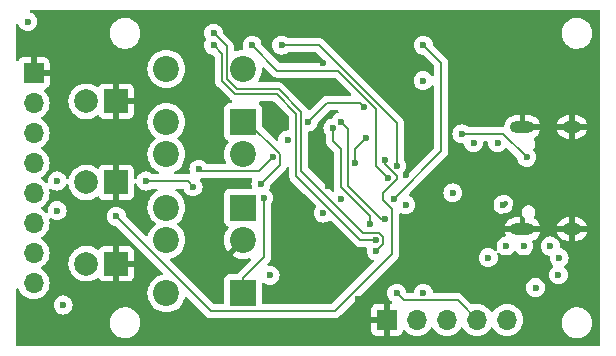
<source format=gbr>
%TF.GenerationSoftware,KiCad,Pcbnew,8.0.7*%
%TF.CreationDate,2025-04-15T10:47:43+02:00*%
%TF.ProjectId,colobus_hardware,636f6c6f-6275-4735-9f68-617264776172,rev?*%
%TF.SameCoordinates,Original*%
%TF.FileFunction,Copper,L4,Bot*%
%TF.FilePolarity,Positive*%
%FSLAX46Y46*%
G04 Gerber Fmt 4.6, Leading zero omitted, Abs format (unit mm)*
G04 Created by KiCad (PCBNEW 8.0.7) date 2025-04-15 10:47:43*
%MOMM*%
%LPD*%
G01*
G04 APERTURE LIST*
%TA.AperFunction,ComponentPad*%
%ADD10R,2.000000X2.000000*%
%TD*%
%TA.AperFunction,ComponentPad*%
%ADD11C,2.000000*%
%TD*%
%TA.AperFunction,ComponentPad*%
%ADD12R,2.200000X2.200000*%
%TD*%
%TA.AperFunction,ComponentPad*%
%ADD13C,2.200000*%
%TD*%
%TA.AperFunction,ComponentPad*%
%ADD14R,1.700000X1.700000*%
%TD*%
%TA.AperFunction,ComponentPad*%
%ADD15O,1.700000X1.700000*%
%TD*%
%TA.AperFunction,ComponentPad*%
%ADD16O,2.100000X1.000000*%
%TD*%
%TA.AperFunction,ComponentPad*%
%ADD17O,1.600000X1.000000*%
%TD*%
%TA.AperFunction,ViaPad*%
%ADD18C,0.600000*%
%TD*%
%TA.AperFunction,Conductor*%
%ADD19C,0.200000*%
%TD*%
%TA.AperFunction,Conductor*%
%ADD20C,0.400000*%
%TD*%
G04 APERTURE END LIST*
D10*
%TO.P,D2,1,K*%
%TO.N,GND*%
X109000000Y-108250000D03*
D11*
%TO.P,D2,2,A*%
%TO.N,Net-(D2-A)*%
X106460000Y-108250000D03*
%TD*%
D12*
%TO.P,Button3,1,1*%
%TO.N,BTN3*%
X119750000Y-124500000D03*
D13*
%TO.P,Button3,2,2*%
%TO.N,GND*%
X119750000Y-120000000D03*
%TO.P,Button3,3*%
%TO.N,N/C*%
X113250000Y-124500000D03*
%TO.P,Button3,4*%
X113250000Y-120000000D03*
%TD*%
D10*
%TO.P,D4,1,K*%
%TO.N,GND*%
X109000000Y-122000000D03*
D11*
%TO.P,D4,2,A*%
%TO.N,Net-(D4-A)*%
X106460000Y-122000000D03*
%TD*%
D14*
%TO.P,J3,1,Pin_1*%
%TO.N,GND*%
X102000000Y-105875000D03*
D15*
%TO.P,J3,2,Pin_2*%
%TO.N,L0p*%
X102000000Y-108415000D03*
%TO.P,J3,3,Pin_3*%
%TO.N,L0n*%
X102000000Y-110955000D03*
%TO.P,J3,4,Pin_4*%
%TO.N,ID0*%
X102000000Y-113495000D03*
%TO.P,J3,5,Pin_5*%
%TO.N,5V*%
X102000000Y-116035000D03*
%TO.P,J3,6,Pin_6*%
%TO.N,L1n*%
X102000000Y-118575000D03*
%TO.P,J3,7,Pin_7*%
%TO.N,L1p*%
X102000000Y-121115000D03*
%TO.P,J3,8,Pin_8*%
%TO.N,ID1*%
X102000000Y-123655000D03*
%TD*%
D12*
%TO.P,Button2,1,1*%
%TO.N,BTN2*%
X119750000Y-117250000D03*
D13*
%TO.P,Button2,2,2*%
%TO.N,GND*%
X119750000Y-112750000D03*
%TO.P,Button2,3*%
%TO.N,N/C*%
X113250000Y-117250000D03*
%TO.P,Button2,4*%
X113250000Y-112750000D03*
%TD*%
D12*
%TO.P,Button1,1,1*%
%TO.N,BTN1*%
X119750000Y-110000000D03*
D13*
%TO.P,Button1,2,2*%
%TO.N,GND*%
X119750000Y-105500000D03*
%TO.P,Button1,3*%
%TO.N,N/C*%
X113250000Y-110000000D03*
%TO.P,Button1,4*%
X113250000Y-105500000D03*
%TD*%
D14*
%TO.P,J1,1,Pin_1*%
%TO.N,GND*%
X131925000Y-126750000D03*
D15*
%TO.P,J1,2,Pin_2*%
%TO.N,SWDCLK*%
X134465000Y-126750000D03*
%TO.P,J1,3,Pin_3*%
%TO.N,SWDIO*%
X137005000Y-126750000D03*
%TO.P,J1,4,Pin_4*%
%TO.N,~{RESET}*%
X139545000Y-126750000D03*
%TO.P,J1,5,Pin_5*%
%TO.N,+3V3*%
X142085000Y-126750000D03*
%TD*%
D16*
%TO.P,J2,S1,SHIELD*%
%TO.N,GND*%
X143395000Y-119070000D03*
D17*
X147575000Y-119070000D03*
D16*
X143395000Y-110430000D03*
D17*
X147575000Y-110430000D03*
%TD*%
D10*
%TO.P,D3,1,K*%
%TO.N,GND*%
X109000000Y-115125000D03*
D11*
%TO.P,D3,2,A*%
%TO.N,Net-(D3-A)*%
X106460000Y-115125000D03*
%TD*%
D18*
%TO.N,GND*%
X142000000Y-118000000D03*
%TO.N,L0n*%
X131000000Y-120000000D03*
%TO.N,L0p*%
X131000000Y-120924314D03*
%TO.N,GND*%
X146500000Y-107000000D03*
X138750000Y-106000000D03*
X101000000Y-127500000D03*
X144400000Y-121750000D03*
X126500000Y-105000000D03*
X121500000Y-108500000D03*
X116000000Y-105500000D03*
X106500000Y-118500000D03*
X135000000Y-108000000D03*
X114500000Y-127000000D03*
X136000000Y-119500000D03*
X126000000Y-102000000D03*
X122500000Y-127000000D03*
X116000000Y-112000000D03*
X139500000Y-124500000D03*
X134500000Y-120500000D03*
X136500000Y-102000000D03*
X124000000Y-120000000D03*
X115959720Y-116986234D03*
X117500000Y-120000000D03*
X126500000Y-107500000D03*
X105000000Y-112500000D03*
X148500000Y-123000000D03*
X130000000Y-105000000D03*
X119000000Y-127000000D03*
X146500000Y-114000000D03*
X138500000Y-107500000D03*
X117000000Y-123500000D03*
X129500000Y-125000000D03*
X130500000Y-101500000D03*
X126000000Y-127000000D03*
X137000000Y-120500000D03*
X126750000Y-121250000D03*
X128000000Y-116500000D03*
X107000000Y-125000000D03*
X148500000Y-116000000D03*
X135500000Y-121500000D03*
X114265479Y-101493762D03*
X127500000Y-127000000D03*
X116000000Y-109500000D03*
X139137499Y-114612501D03*
X134000000Y-113000000D03*
X123500000Y-123000000D03*
X133500000Y-114490000D03*
X141200000Y-123367500D03*
X126950000Y-115437500D03*
X141000000Y-108500000D03*
X138500000Y-109000000D03*
X143000000Y-102500000D03*
X126000000Y-114000000D03*
%TO.N,BTN1*%
X121250000Y-115250000D03*
%TO.N,BTN3*%
X121500163Y-116449998D03*
%TO.N,+3V3*%
X122020000Y-122980000D03*
X142000000Y-120500000D03*
X137500000Y-116000000D03*
X126529430Y-117720570D03*
X133500000Y-117000000D03*
X135000000Y-106500000D03*
X135000000Y-124500000D03*
X140500000Y-121500000D03*
X123512500Y-111512500D03*
%TO.N,5V*%
X146438749Y-122938749D03*
X143500000Y-120500000D03*
X141750000Y-117000000D03*
X104500000Y-125500000D03*
X145750000Y-120500000D03*
X101500000Y-101500000D03*
X104000000Y-117500000D03*
X144500000Y-124025000D03*
X104000000Y-115000000D03*
X146500000Y-121500000D03*
X141281170Y-111750000D03*
X139250000Y-111750000D03*
%TO.N,~{RESET}*%
X132750000Y-124500000D03*
%TO.N,Net-(J2-CC2)*%
X138260000Y-111010000D03*
X143750000Y-113000000D03*
%TO.N,L0p*%
X117240000Y-102500000D03*
%TO.N,L1n*%
X122250000Y-113000000D03*
X116000000Y-114000000D03*
%TO.N,L0n*%
X117240000Y-103500000D03*
%TO.N,ID0*%
X115500000Y-115500000D03*
X111500000Y-115000000D03*
%TO.N,LED1*%
X132500000Y-116500000D03*
X135000000Y-103500000D03*
%TO.N,LED2*%
X120500000Y-103500000D03*
X132000000Y-114750000D03*
%TO.N,LED3*%
X132750000Y-113750000D03*
X123000000Y-103500000D03*
%TO.N,LED4*%
X131750000Y-113250000D03*
X109000000Y-118000000D03*
%TO.N,+1V1*%
X130150000Y-111350000D03*
X129250000Y-113500000D03*
%TO.N,PICO_D_N*%
X128000000Y-110000000D03*
X131750000Y-118250000D03*
%TO.N,PICO_D_P*%
X130500000Y-118640002D03*
X127350000Y-110500000D03*
%TO.N,Net-(U1-QSPI_SD0)*%
X125250000Y-110000000D03*
X130000000Y-108750000D03*
%TO.N,GND*%
X135750000Y-120500000D03*
%TD*%
D19*
%TO.N,L0n*%
X124250000Y-114592611D02*
X129078695Y-119421305D01*
X129657390Y-120000000D02*
X129078695Y-119421305D01*
X131000000Y-120000000D02*
X129657390Y-120000000D01*
%TO.N,L0p*%
X117240000Y-102500000D02*
X118350000Y-103610000D01*
X124650000Y-114150000D02*
X129900000Y-119400000D01*
X122750000Y-107250000D02*
X124650000Y-109150000D01*
X131600000Y-119751471D02*
X131600000Y-120324314D01*
X131600000Y-120324314D02*
X131000000Y-120924314D01*
X118350000Y-103610000D02*
X118350000Y-106350000D01*
X124650000Y-109150000D02*
X124650000Y-114150000D01*
X118350000Y-106350000D02*
X119250000Y-107250000D01*
X119250000Y-107250000D02*
X122750000Y-107250000D01*
X129900000Y-119400000D02*
X131248529Y-119400000D01*
X131248529Y-119400000D02*
X131600000Y-119751471D01*
%TO.N,PICO_D_P*%
X130500000Y-118000000D02*
X128000000Y-115500000D01*
X128000000Y-115500000D02*
X128000000Y-112250000D01*
X130500000Y-118640002D02*
X130500000Y-118000000D01*
X128000000Y-112250000D02*
X127350000Y-111600000D01*
X127350000Y-111600000D02*
X127350000Y-110500000D01*
%TO.N,PICO_D_N*%
X131386397Y-118250000D02*
X131750000Y-118250000D01*
X128000000Y-110000000D02*
X128599265Y-110599265D01*
X128599265Y-110599265D02*
X128599265Y-115462868D01*
X128599265Y-115462868D02*
X131386397Y-118250000D01*
%TO.N,BTN1*%
X120098529Y-110000000D02*
X119750000Y-110000000D01*
X122850000Y-113650000D02*
X121250000Y-115250000D01*
X122850000Y-113650000D02*
X122850000Y-112751471D01*
X122850000Y-112751471D02*
X120098529Y-110000000D01*
%TO.N,BTN3*%
X121500163Y-121449837D02*
X119750000Y-123200000D01*
X121500163Y-116449998D02*
X121500163Y-121449837D01*
X119750000Y-123200000D02*
X119750000Y-124500000D01*
D20*
%TO.N,5V*%
X141750000Y-117000000D02*
X141885000Y-116865000D01*
D19*
%TO.N,~{RESET}*%
X132750000Y-124500000D02*
X133350000Y-125100000D01*
X133350000Y-125100000D02*
X137895000Y-125100000D01*
X137895000Y-125100000D02*
X138147500Y-125352500D01*
X138147500Y-125352500D02*
X139545000Y-126750000D01*
%TO.N,Net-(J2-CC2)*%
X141760000Y-111010000D02*
X143750000Y-113000000D01*
X138260000Y-111010000D02*
X141760000Y-111010000D01*
%TO.N,L1n*%
X122250000Y-113000000D02*
X121100000Y-114150000D01*
X121100000Y-114150000D02*
X116150000Y-114150000D01*
X116150000Y-114150000D02*
X116000000Y-114000000D01*
%TO.N,L0n*%
X119084314Y-107650000D02*
X122584314Y-107650000D01*
X117950000Y-106515686D02*
X119084314Y-107650000D01*
X124250000Y-109315686D02*
X124250000Y-114592611D01*
X117950000Y-104210000D02*
X117950000Y-106515686D01*
X117240000Y-103500000D02*
X117950000Y-104210000D01*
X122584314Y-107650000D02*
X124250000Y-109315686D01*
%TO.N,ID0*%
X115500000Y-115500000D02*
X115037500Y-115037500D01*
X115037500Y-115037500D02*
X111537500Y-115037500D01*
X111537500Y-115037500D02*
X111500000Y-115000000D01*
%TO.N,LED1*%
X136500000Y-112500000D02*
X136500000Y-105000000D01*
X132500000Y-116500000D02*
X136500000Y-112500000D01*
X136500000Y-105000000D02*
X135000000Y-103500000D01*
%TO.N,LED2*%
X120500000Y-103500000D02*
X122650000Y-105650000D01*
X131000000Y-108901471D02*
X131000000Y-113750000D01*
X127748529Y-105650000D02*
X131000000Y-108901471D01*
X131000000Y-113750000D02*
X132000000Y-114750000D01*
X122650000Y-105650000D02*
X127748529Y-105650000D01*
%TO.N,LED3*%
X126164215Y-103500000D02*
X123000000Y-103500000D01*
X132750000Y-113750000D02*
X132750000Y-110085785D01*
X132750000Y-110085785D02*
X126164215Y-103500000D01*
X132750000Y-113750000D02*
X132650000Y-113850000D01*
%TO.N,LED4*%
X132350000Y-117350000D02*
X132350000Y-121150000D01*
X131750000Y-113250000D02*
X131750000Y-113598529D01*
X131598529Y-116000000D02*
X131598529Y-116598529D01*
X131598529Y-116598529D02*
X132350000Y-117350000D01*
X117000000Y-126000000D02*
X109000000Y-118000000D01*
X127500000Y-126000000D02*
X117000000Y-126000000D01*
X132750000Y-114598529D02*
X132750000Y-114848529D01*
X132750000Y-114848529D02*
X131598529Y-116000000D01*
X132350000Y-121150000D02*
X127500000Y-126000000D01*
X131750000Y-113598529D02*
X132750000Y-114598529D01*
%TO.N,+1V1*%
X129250000Y-113500000D02*
X129250000Y-112250000D01*
X129250000Y-112250000D02*
X130150000Y-111350000D01*
%TO.N,Net-(U1-QSPI_SD0)*%
X129650000Y-108400000D02*
X129750000Y-108500000D01*
X129750000Y-108500000D02*
X130000000Y-108750000D01*
X125250000Y-110000000D02*
X126850000Y-108400000D01*
X125301471Y-109948529D02*
X125250000Y-110000000D01*
X126850000Y-108400000D02*
X129650000Y-108400000D01*
%TD*%
%TA.AperFunction,Conductor*%
%TO.N,GND*%
G36*
X149942539Y-100520185D02*
G01*
X149988294Y-100572989D01*
X149999500Y-100624500D01*
X149999500Y-128875500D01*
X149979815Y-128942539D01*
X149927011Y-128988294D01*
X149875500Y-128999500D01*
X100624500Y-128999500D01*
X100557461Y-128979815D01*
X100511706Y-128927011D01*
X100500500Y-128875500D01*
X100500500Y-126897648D01*
X108449500Y-126897648D01*
X108449500Y-127102351D01*
X108481522Y-127304534D01*
X108544781Y-127499223D01*
X108607032Y-127621395D01*
X108620508Y-127647844D01*
X108637715Y-127681613D01*
X108758028Y-127847213D01*
X108902786Y-127991971D01*
X109051477Y-128099999D01*
X109068390Y-128112287D01*
X109184607Y-128171503D01*
X109250776Y-128205218D01*
X109250778Y-128205218D01*
X109250781Y-128205220D01*
X109355137Y-128239127D01*
X109445465Y-128268477D01*
X109546557Y-128284488D01*
X109647648Y-128300500D01*
X109647649Y-128300500D01*
X109852351Y-128300500D01*
X109852352Y-128300500D01*
X110054534Y-128268477D01*
X110249219Y-128205220D01*
X110431610Y-128112287D01*
X110526494Y-128043350D01*
X110597213Y-127991971D01*
X110597215Y-127991968D01*
X110597219Y-127991966D01*
X110741966Y-127847219D01*
X110741968Y-127847215D01*
X110741971Y-127847213D01*
X110841276Y-127710529D01*
X110862287Y-127681610D01*
X110955220Y-127499219D01*
X111018477Y-127304534D01*
X111050500Y-127102352D01*
X111050500Y-126897648D01*
X111018477Y-126695465D01*
X110974324Y-126559577D01*
X110955220Y-126500781D01*
X110955218Y-126500778D01*
X110955218Y-126500776D01*
X110887929Y-126368716D01*
X110862287Y-126318390D01*
X110852969Y-126305565D01*
X110741971Y-126152786D01*
X110597213Y-126008028D01*
X110431613Y-125887715D01*
X110431612Y-125887714D01*
X110431610Y-125887713D01*
X110356656Y-125849522D01*
X110249223Y-125794781D01*
X110054534Y-125731522D01*
X109879995Y-125703878D01*
X109852352Y-125699500D01*
X109647648Y-125699500D01*
X109623329Y-125703351D01*
X109445465Y-125731522D01*
X109250776Y-125794781D01*
X109068386Y-125887715D01*
X108902786Y-126008028D01*
X108758028Y-126152786D01*
X108637715Y-126318386D01*
X108544781Y-126500776D01*
X108481522Y-126695465D01*
X108449500Y-126897648D01*
X100500500Y-126897648D01*
X100500500Y-125499996D01*
X103694435Y-125499996D01*
X103694435Y-125500003D01*
X103714630Y-125679249D01*
X103714631Y-125679254D01*
X103774211Y-125849523D01*
X103870184Y-126002262D01*
X103997738Y-126129816D01*
X104150478Y-126225789D01*
X104299594Y-126277967D01*
X104320745Y-126285368D01*
X104320750Y-126285369D01*
X104499996Y-126305565D01*
X104500000Y-126305565D01*
X104500004Y-126305565D01*
X104679249Y-126285369D01*
X104679252Y-126285368D01*
X104679255Y-126285368D01*
X104849522Y-126225789D01*
X105002262Y-126129816D01*
X105129816Y-126002262D01*
X105225789Y-125849522D01*
X105285368Y-125679255D01*
X105287773Y-125657913D01*
X105305565Y-125500003D01*
X105305565Y-125499996D01*
X105285369Y-125320750D01*
X105285368Y-125320745D01*
X105225788Y-125150476D01*
X105186582Y-125088080D01*
X105129816Y-124997738D01*
X105002262Y-124870184D01*
X104936774Y-124829035D01*
X104849523Y-124774211D01*
X104679254Y-124714631D01*
X104679249Y-124714630D01*
X104500004Y-124694435D01*
X104499996Y-124694435D01*
X104320750Y-124714630D01*
X104320745Y-124714631D01*
X104150476Y-124774211D01*
X103997737Y-124870184D01*
X103870184Y-124997737D01*
X103774211Y-125150476D01*
X103714631Y-125320745D01*
X103714630Y-125320750D01*
X103694435Y-125499996D01*
X100500500Y-125499996D01*
X100500500Y-124194196D01*
X100520185Y-124127157D01*
X100572989Y-124081402D01*
X100642147Y-124071458D01*
X100705703Y-124100483D01*
X100736881Y-124141790D01*
X100786805Y-124248852D01*
X100825965Y-124332830D01*
X100825967Y-124332834D01*
X100891911Y-124427011D01*
X100961505Y-124526401D01*
X101128599Y-124693495D01*
X101192666Y-124738355D01*
X101322165Y-124829032D01*
X101322167Y-124829033D01*
X101322170Y-124829035D01*
X101536337Y-124928903D01*
X101764592Y-124990063D01*
X101952918Y-125006539D01*
X101999999Y-125010659D01*
X102000000Y-125010659D01*
X102000001Y-125010659D01*
X102039234Y-125007226D01*
X102235408Y-124990063D01*
X102463663Y-124928903D01*
X102677830Y-124829035D01*
X102871401Y-124693495D01*
X103038495Y-124526401D01*
X103174035Y-124332830D01*
X103273903Y-124118663D01*
X103335063Y-123890408D01*
X103355659Y-123655000D01*
X103335063Y-123419592D01*
X103284725Y-123231726D01*
X103273905Y-123191344D01*
X103273904Y-123191343D01*
X103273903Y-123191337D01*
X103174035Y-122977171D01*
X103171204Y-122973127D01*
X103038494Y-122783597D01*
X102871402Y-122616506D01*
X102871396Y-122616501D01*
X102685842Y-122486575D01*
X102642217Y-122431998D01*
X102635023Y-122362500D01*
X102666546Y-122300145D01*
X102685842Y-122283425D01*
X102755048Y-122234966D01*
X102871401Y-122153495D01*
X103024902Y-121999994D01*
X104954357Y-121999994D01*
X104954357Y-122000005D01*
X104974890Y-122247812D01*
X104974892Y-122247824D01*
X105035936Y-122488881D01*
X105135826Y-122716606D01*
X105271833Y-122924782D01*
X105297978Y-122953183D01*
X105440256Y-123107738D01*
X105636491Y-123260474D01*
X105636493Y-123260475D01*
X105805830Y-123352116D01*
X105855190Y-123378828D01*
X106090386Y-123459571D01*
X106335665Y-123500500D01*
X106584335Y-123500500D01*
X106829614Y-123459571D01*
X107064810Y-123378828D01*
X107283509Y-123260474D01*
X107367201Y-123195333D01*
X107432192Y-123169692D01*
X107500732Y-123183258D01*
X107551057Y-123231726D01*
X107552290Y-123234361D01*
X107552396Y-123234304D01*
X107556649Y-123242093D01*
X107642809Y-123357187D01*
X107642812Y-123357190D01*
X107757906Y-123443350D01*
X107757913Y-123443354D01*
X107892620Y-123493596D01*
X107892627Y-123493598D01*
X107952155Y-123499999D01*
X107952172Y-123500000D01*
X108750000Y-123500000D01*
X108750000Y-122433012D01*
X108807007Y-122465925D01*
X108934174Y-122500000D01*
X109065826Y-122500000D01*
X109192993Y-122465925D01*
X109250000Y-122433012D01*
X109250000Y-123500000D01*
X110047828Y-123500000D01*
X110047844Y-123499999D01*
X110107372Y-123493598D01*
X110107379Y-123493596D01*
X110242086Y-123443354D01*
X110242093Y-123443350D01*
X110357187Y-123357190D01*
X110357190Y-123357187D01*
X110443350Y-123242093D01*
X110443354Y-123242086D01*
X110493596Y-123107379D01*
X110493598Y-123107372D01*
X110499999Y-123047844D01*
X110500000Y-123047827D01*
X110500000Y-122250000D01*
X109433012Y-122250000D01*
X109465925Y-122192993D01*
X109500000Y-122065826D01*
X109500000Y-121934174D01*
X109465925Y-121807007D01*
X109433012Y-121750000D01*
X110500000Y-121750000D01*
X110500000Y-120952172D01*
X110499999Y-120952155D01*
X110493598Y-120892627D01*
X110493596Y-120892620D01*
X110443354Y-120757913D01*
X110443350Y-120757906D01*
X110357190Y-120642812D01*
X110357187Y-120642809D01*
X110242093Y-120556649D01*
X110242086Y-120556645D01*
X110107379Y-120506403D01*
X110107372Y-120506401D01*
X110047844Y-120500000D01*
X109250000Y-120500000D01*
X109250000Y-121566988D01*
X109192993Y-121534075D01*
X109065826Y-121500000D01*
X108934174Y-121500000D01*
X108807007Y-121534075D01*
X108750000Y-121566988D01*
X108750000Y-120500000D01*
X107952155Y-120500000D01*
X107892627Y-120506401D01*
X107892620Y-120506403D01*
X107757913Y-120556645D01*
X107757906Y-120556649D01*
X107642812Y-120642809D01*
X107642809Y-120642812D01*
X107556649Y-120757906D01*
X107552396Y-120765696D01*
X107549217Y-120763960D01*
X107517596Y-120806135D01*
X107452113Y-120830502D01*
X107383851Y-120815598D01*
X107367199Y-120804665D01*
X107335933Y-120780330D01*
X107283509Y-120739526D01*
X107283507Y-120739525D01*
X107283506Y-120739524D01*
X107064811Y-120621172D01*
X107064802Y-120621169D01*
X106829616Y-120540429D01*
X106584335Y-120499500D01*
X106335665Y-120499500D01*
X106090383Y-120540429D01*
X105855197Y-120621169D01*
X105855188Y-120621172D01*
X105636493Y-120739524D01*
X105456542Y-120879586D01*
X105440256Y-120892262D01*
X105439920Y-120892627D01*
X105271833Y-121075217D01*
X105135826Y-121283393D01*
X105035936Y-121511118D01*
X104974892Y-121752175D01*
X104974890Y-121752187D01*
X104954357Y-121999994D01*
X103024902Y-121999994D01*
X103038495Y-121986401D01*
X103174035Y-121792830D01*
X103273903Y-121578663D01*
X103335063Y-121350408D01*
X103355659Y-121115000D01*
X103335063Y-120879592D01*
X103282921Y-120684994D01*
X103273905Y-120651344D01*
X103273904Y-120651343D01*
X103273903Y-120651337D01*
X103174035Y-120437171D01*
X103126103Y-120368716D01*
X103038494Y-120243597D01*
X102871402Y-120076506D01*
X102871396Y-120076501D01*
X102685842Y-119946575D01*
X102642217Y-119891998D01*
X102635023Y-119822500D01*
X102666546Y-119760145D01*
X102685842Y-119743425D01*
X102708026Y-119727891D01*
X102871401Y-119613495D01*
X103038495Y-119446401D01*
X103174035Y-119252830D01*
X103273903Y-119038663D01*
X103335063Y-118810408D01*
X103355659Y-118575000D01*
X103335063Y-118339592D01*
X103316314Y-118269618D01*
X103317977Y-118199769D01*
X103357140Y-118141907D01*
X103421368Y-118114403D01*
X103490271Y-118125990D01*
X103502056Y-118132529D01*
X103650478Y-118225789D01*
X103775737Y-118269619D01*
X103820745Y-118285368D01*
X103820750Y-118285369D01*
X103999996Y-118305565D01*
X104000000Y-118305565D01*
X104000004Y-118305565D01*
X104179249Y-118285369D01*
X104179252Y-118285368D01*
X104179255Y-118285368D01*
X104349522Y-118225789D01*
X104502262Y-118129816D01*
X104629816Y-118002262D01*
X104725789Y-117849522D01*
X104785368Y-117679255D01*
X104785369Y-117679249D01*
X104805565Y-117500003D01*
X104805565Y-117499996D01*
X104785369Y-117320750D01*
X104785368Y-117320745D01*
X104751563Y-117224136D01*
X104725789Y-117150478D01*
X104629816Y-116997738D01*
X104502262Y-116870184D01*
X104440810Y-116831571D01*
X104349523Y-116774211D01*
X104179254Y-116714631D01*
X104179249Y-116714630D01*
X104000004Y-116694435D01*
X103999996Y-116694435D01*
X103820750Y-116714630D01*
X103820745Y-116714631D01*
X103650476Y-116774211D01*
X103497737Y-116870184D01*
X103370184Y-116997737D01*
X103274211Y-117150476D01*
X103214631Y-117320745D01*
X103214630Y-117320750D01*
X103194435Y-117499996D01*
X103194435Y-117500000D01*
X103194565Y-117501151D01*
X103200412Y-117553051D01*
X103188356Y-117621873D01*
X103141006Y-117673252D01*
X103073395Y-117690875D01*
X103006990Y-117669147D01*
X102989510Y-117654614D01*
X102871402Y-117536506D01*
X102871396Y-117536501D01*
X102685842Y-117406575D01*
X102642217Y-117351998D01*
X102635023Y-117282500D01*
X102666546Y-117220145D01*
X102685842Y-117203425D01*
X102826077Y-117105231D01*
X102871401Y-117073495D01*
X103038495Y-116906401D01*
X103174035Y-116712830D01*
X103273903Y-116498663D01*
X103335063Y-116270408D01*
X103355659Y-116035000D01*
X103335063Y-115799592D01*
X103329201Y-115777714D01*
X103330864Y-115707868D01*
X103370026Y-115650005D01*
X103434254Y-115622500D01*
X103503156Y-115634086D01*
X103514943Y-115640626D01*
X103539263Y-115655908D01*
X103650475Y-115725788D01*
X103820745Y-115785368D01*
X103820750Y-115785369D01*
X103999996Y-115805565D01*
X104000000Y-115805565D01*
X104000004Y-115805565D01*
X104179249Y-115785369D01*
X104179252Y-115785368D01*
X104179255Y-115785368D01*
X104349522Y-115725789D01*
X104502262Y-115629816D01*
X104629816Y-115502262D01*
X104725789Y-115349522D01*
X104733145Y-115328499D01*
X104773864Y-115271724D01*
X104838816Y-115245974D01*
X104907378Y-115259428D01*
X104957782Y-115307814D01*
X104973763Y-115359207D01*
X104974891Y-115372815D01*
X104974892Y-115372824D01*
X105035936Y-115613881D01*
X105135826Y-115841606D01*
X105271833Y-116049782D01*
X105304245Y-116084991D01*
X105440256Y-116232738D01*
X105636491Y-116385474D01*
X105855190Y-116503828D01*
X106090386Y-116584571D01*
X106335665Y-116625500D01*
X106584335Y-116625500D01*
X106829614Y-116584571D01*
X107064810Y-116503828D01*
X107283509Y-116385474D01*
X107367201Y-116320333D01*
X107432192Y-116294692D01*
X107500732Y-116308258D01*
X107551057Y-116356726D01*
X107552290Y-116359361D01*
X107552396Y-116359304D01*
X107556649Y-116367093D01*
X107642809Y-116482187D01*
X107642812Y-116482190D01*
X107757906Y-116568350D01*
X107757913Y-116568354D01*
X107892620Y-116618596D01*
X107892627Y-116618598D01*
X107952155Y-116624999D01*
X107952172Y-116625000D01*
X108750000Y-116625000D01*
X108750000Y-115558012D01*
X108807007Y-115590925D01*
X108934174Y-115625000D01*
X109065826Y-115625000D01*
X109192993Y-115590925D01*
X109250000Y-115558012D01*
X109250000Y-116625000D01*
X110047828Y-116625000D01*
X110047844Y-116624999D01*
X110107372Y-116618598D01*
X110107379Y-116618596D01*
X110242086Y-116568354D01*
X110242093Y-116568350D01*
X110357187Y-116482190D01*
X110357190Y-116482187D01*
X110443350Y-116367093D01*
X110443354Y-116367086D01*
X110493596Y-116232379D01*
X110493598Y-116232372D01*
X110499999Y-116172844D01*
X110500000Y-116172827D01*
X110500000Y-115295685D01*
X110519685Y-115228646D01*
X110572489Y-115182891D01*
X110641647Y-115172947D01*
X110705203Y-115201972D01*
X110741042Y-115254731D01*
X110774210Y-115349521D01*
X110824314Y-115429260D01*
X110870184Y-115502262D01*
X110997738Y-115629816D01*
X111052646Y-115664317D01*
X111119308Y-115706204D01*
X111150478Y-115725789D01*
X111211056Y-115746986D01*
X111320745Y-115785368D01*
X111320750Y-115785369D01*
X111499996Y-115805565D01*
X111500000Y-115805565D01*
X111500004Y-115805565D01*
X111679249Y-115785369D01*
X111679252Y-115785368D01*
X111679255Y-115785368D01*
X111849522Y-115725789D01*
X111958989Y-115657005D01*
X112024961Y-115638000D01*
X112377707Y-115638000D01*
X112444746Y-115657685D01*
X112490501Y-115710489D01*
X112500445Y-115779647D01*
X112471420Y-115843203D01*
X112442497Y-115867727D01*
X112306345Y-115951160D01*
X112306343Y-115951161D01*
X112114776Y-116114776D01*
X111951161Y-116306343D01*
X111951161Y-116306345D01*
X111819533Y-116521140D01*
X111723126Y-116753889D01*
X111664317Y-116998848D01*
X111644551Y-117250000D01*
X111664317Y-117501151D01*
X111723126Y-117746110D01*
X111819533Y-117978859D01*
X111951160Y-118193653D01*
X111951161Y-118193656D01*
X111983726Y-118231784D01*
X112114776Y-118385224D01*
X112251810Y-118502262D01*
X112285118Y-118530710D01*
X112323311Y-118589217D01*
X112323809Y-118659085D01*
X112286456Y-118718131D01*
X112285118Y-118719290D01*
X112114776Y-118864776D01*
X111951161Y-119056343D01*
X111951160Y-119056346D01*
X111819533Y-119271140D01*
X111723127Y-119503887D01*
X111703183Y-119586960D01*
X111668392Y-119647551D01*
X111606365Y-119679715D01*
X111536796Y-119673239D01*
X111494928Y-119645693D01*
X109830700Y-117981465D01*
X109797215Y-117920142D01*
X109795163Y-117907686D01*
X109785368Y-117820745D01*
X109725789Y-117650478D01*
X109629816Y-117497738D01*
X109502262Y-117370184D01*
X109434331Y-117327500D01*
X109349523Y-117274211D01*
X109179254Y-117214631D01*
X109179249Y-117214630D01*
X109000004Y-117194435D01*
X108999996Y-117194435D01*
X108820750Y-117214630D01*
X108820745Y-117214631D01*
X108650476Y-117274211D01*
X108497737Y-117370184D01*
X108370184Y-117497737D01*
X108274211Y-117650476D01*
X108214631Y-117820745D01*
X108214630Y-117820750D01*
X108194435Y-117999996D01*
X108194435Y-118000003D01*
X108214630Y-118179249D01*
X108214631Y-118179254D01*
X108274211Y-118349523D01*
X108335057Y-118446358D01*
X108370184Y-118502262D01*
X108497738Y-118629816D01*
X108650478Y-118725789D01*
X108820745Y-118785368D01*
X108907669Y-118795161D01*
X108972080Y-118822226D01*
X108981465Y-118830700D01*
X112895693Y-122744928D01*
X112929178Y-122806251D01*
X112924194Y-122875943D01*
X112882322Y-122931876D01*
X112836960Y-122953183D01*
X112753887Y-122973127D01*
X112521140Y-123069533D01*
X112306346Y-123201160D01*
X112306343Y-123201161D01*
X112114776Y-123364776D01*
X111951161Y-123556343D01*
X111951160Y-123556346D01*
X111819533Y-123771140D01*
X111723126Y-124003889D01*
X111664317Y-124248848D01*
X111644551Y-124500000D01*
X111664317Y-124751151D01*
X111723126Y-124996110D01*
X111819533Y-125228859D01*
X111951160Y-125443653D01*
X111951161Y-125443656D01*
X111999280Y-125499996D01*
X112114776Y-125635224D01*
X112227528Y-125731523D01*
X112306343Y-125798838D01*
X112306346Y-125798839D01*
X112521140Y-125930466D01*
X112708393Y-126008028D01*
X112753889Y-126026873D01*
X112998852Y-126085683D01*
X113250000Y-126105449D01*
X113501148Y-126085683D01*
X113746111Y-126026873D01*
X113978859Y-125930466D01*
X114193659Y-125798836D01*
X114385224Y-125635224D01*
X114548836Y-125443659D01*
X114680466Y-125228859D01*
X114776873Y-124996111D01*
X114796816Y-124913040D01*
X114831606Y-124852449D01*
X114893632Y-124820284D01*
X114963201Y-124826760D01*
X115005071Y-124854306D01*
X116515139Y-126364374D01*
X116515149Y-126364385D01*
X116519479Y-126368715D01*
X116519480Y-126368716D01*
X116631284Y-126480520D01*
X116631286Y-126480521D01*
X116631290Y-126480524D01*
X116768209Y-126559573D01*
X116768216Y-126559577D01*
X116880019Y-126589534D01*
X116920942Y-126600500D01*
X116920943Y-126600500D01*
X127413331Y-126600500D01*
X127413347Y-126600501D01*
X127420943Y-126600501D01*
X127579054Y-126600501D01*
X127579057Y-126600501D01*
X127731785Y-126559577D01*
X127781904Y-126530639D01*
X127868716Y-126480520D01*
X127980520Y-126368716D01*
X127980520Y-126368714D01*
X127990728Y-126358507D01*
X127990729Y-126358504D01*
X128497078Y-125852155D01*
X130575000Y-125852155D01*
X130575000Y-126500000D01*
X131491988Y-126500000D01*
X131459075Y-126557007D01*
X131425000Y-126684174D01*
X131425000Y-126815826D01*
X131459075Y-126942993D01*
X131491988Y-127000000D01*
X130575000Y-127000000D01*
X130575000Y-127647844D01*
X130581401Y-127707372D01*
X130581403Y-127707379D01*
X130631645Y-127842086D01*
X130631649Y-127842093D01*
X130717809Y-127957187D01*
X130717812Y-127957190D01*
X130832906Y-128043350D01*
X130832913Y-128043354D01*
X130967620Y-128093596D01*
X130967627Y-128093598D01*
X131027155Y-128099999D01*
X131027172Y-128100000D01*
X131675000Y-128100000D01*
X131675000Y-127183012D01*
X131732007Y-127215925D01*
X131859174Y-127250000D01*
X131990826Y-127250000D01*
X132117993Y-127215925D01*
X132175000Y-127183012D01*
X132175000Y-128100000D01*
X132822828Y-128100000D01*
X132822844Y-128099999D01*
X132882372Y-128093598D01*
X132882379Y-128093596D01*
X133017086Y-128043354D01*
X133017093Y-128043350D01*
X133132187Y-127957190D01*
X133132190Y-127957187D01*
X133218350Y-127842093D01*
X133218354Y-127842086D01*
X133267422Y-127710529D01*
X133309293Y-127654595D01*
X133374757Y-127630178D01*
X133443030Y-127645030D01*
X133471285Y-127666181D01*
X133593599Y-127788495D01*
X133690384Y-127856265D01*
X133787165Y-127924032D01*
X133787167Y-127924033D01*
X133787170Y-127924035D01*
X134001337Y-128023903D01*
X134229592Y-128085063D01*
X134400319Y-128100000D01*
X134464999Y-128105659D01*
X134465000Y-128105659D01*
X134465001Y-128105659D01*
X134529681Y-128100000D01*
X134700408Y-128085063D01*
X134928663Y-128023903D01*
X135142830Y-127924035D01*
X135336401Y-127788495D01*
X135503495Y-127621401D01*
X135633425Y-127435842D01*
X135688002Y-127392217D01*
X135757500Y-127385023D01*
X135819855Y-127416546D01*
X135836575Y-127435842D01*
X135966500Y-127621395D01*
X135966505Y-127621401D01*
X136133599Y-127788495D01*
X136230384Y-127856265D01*
X136327165Y-127924032D01*
X136327167Y-127924033D01*
X136327170Y-127924035D01*
X136541337Y-128023903D01*
X136769592Y-128085063D01*
X136940319Y-128100000D01*
X137004999Y-128105659D01*
X137005000Y-128105659D01*
X137005001Y-128105659D01*
X137069681Y-128100000D01*
X137240408Y-128085063D01*
X137468663Y-128023903D01*
X137682830Y-127924035D01*
X137876401Y-127788495D01*
X138043495Y-127621401D01*
X138173425Y-127435842D01*
X138228002Y-127392217D01*
X138297500Y-127385023D01*
X138359855Y-127416546D01*
X138376575Y-127435842D01*
X138506500Y-127621395D01*
X138506505Y-127621401D01*
X138673599Y-127788495D01*
X138770384Y-127856265D01*
X138867165Y-127924032D01*
X138867167Y-127924033D01*
X138867170Y-127924035D01*
X139081337Y-128023903D01*
X139309592Y-128085063D01*
X139480319Y-128100000D01*
X139544999Y-128105659D01*
X139545000Y-128105659D01*
X139545001Y-128105659D01*
X139609681Y-128100000D01*
X139780408Y-128085063D01*
X140008663Y-128023903D01*
X140222830Y-127924035D01*
X140416401Y-127788495D01*
X140583495Y-127621401D01*
X140713425Y-127435842D01*
X140768002Y-127392217D01*
X140837500Y-127385023D01*
X140899855Y-127416546D01*
X140916575Y-127435842D01*
X141046500Y-127621395D01*
X141046505Y-127621401D01*
X141213599Y-127788495D01*
X141310384Y-127856265D01*
X141407165Y-127924032D01*
X141407167Y-127924033D01*
X141407170Y-127924035D01*
X141621337Y-128023903D01*
X141849592Y-128085063D01*
X142020319Y-128100000D01*
X142084999Y-128105659D01*
X142085000Y-128105659D01*
X142085001Y-128105659D01*
X142149681Y-128100000D01*
X142320408Y-128085063D01*
X142548663Y-128023903D01*
X142762830Y-127924035D01*
X142956401Y-127788495D01*
X143123495Y-127621401D01*
X143259035Y-127427830D01*
X143358903Y-127213663D01*
X143420063Y-126985408D01*
X143427741Y-126897648D01*
X146699500Y-126897648D01*
X146699500Y-127102351D01*
X146731522Y-127304534D01*
X146794781Y-127499223D01*
X146857032Y-127621395D01*
X146870508Y-127647844D01*
X146887715Y-127681613D01*
X147008028Y-127847213D01*
X147152786Y-127991971D01*
X147301477Y-128099999D01*
X147318390Y-128112287D01*
X147434607Y-128171503D01*
X147500776Y-128205218D01*
X147500778Y-128205218D01*
X147500781Y-128205220D01*
X147605137Y-128239127D01*
X147695465Y-128268477D01*
X147796557Y-128284488D01*
X147897648Y-128300500D01*
X147897649Y-128300500D01*
X148102351Y-128300500D01*
X148102352Y-128300500D01*
X148304534Y-128268477D01*
X148499219Y-128205220D01*
X148681610Y-128112287D01*
X148776494Y-128043350D01*
X148847213Y-127991971D01*
X148847215Y-127991968D01*
X148847219Y-127991966D01*
X148991966Y-127847219D01*
X148991968Y-127847215D01*
X148991971Y-127847213D01*
X149091276Y-127710529D01*
X149112287Y-127681610D01*
X149205220Y-127499219D01*
X149268477Y-127304534D01*
X149300500Y-127102352D01*
X149300500Y-126897648D01*
X149268477Y-126695465D01*
X149224324Y-126559577D01*
X149205220Y-126500781D01*
X149205218Y-126500778D01*
X149205218Y-126500776D01*
X149137929Y-126368716D01*
X149112287Y-126318390D01*
X149102969Y-126305565D01*
X148991971Y-126152786D01*
X148847213Y-126008028D01*
X148681613Y-125887715D01*
X148681612Y-125887714D01*
X148681610Y-125887713D01*
X148606656Y-125849522D01*
X148499223Y-125794781D01*
X148304534Y-125731522D01*
X148129995Y-125703878D01*
X148102352Y-125699500D01*
X147897648Y-125699500D01*
X147873329Y-125703351D01*
X147695465Y-125731522D01*
X147500776Y-125794781D01*
X147318386Y-125887715D01*
X147152786Y-126008028D01*
X147008028Y-126152786D01*
X146887715Y-126318386D01*
X146794781Y-126500776D01*
X146731522Y-126695465D01*
X146699500Y-126897648D01*
X143427741Y-126897648D01*
X143440659Y-126750000D01*
X143420063Y-126514592D01*
X143373626Y-126341285D01*
X143358905Y-126286344D01*
X143358904Y-126286343D01*
X143358903Y-126286337D01*
X143259035Y-126072171D01*
X143253425Y-126064158D01*
X143123494Y-125878597D01*
X142956402Y-125711506D01*
X142956395Y-125711501D01*
X142762834Y-125575967D01*
X142762830Y-125575965D01*
X142599929Y-125500003D01*
X142548663Y-125476097D01*
X142548659Y-125476096D01*
X142548655Y-125476094D01*
X142320413Y-125414938D01*
X142320403Y-125414936D01*
X142085001Y-125394341D01*
X142084999Y-125394341D01*
X141849596Y-125414936D01*
X141849586Y-125414938D01*
X141621344Y-125476094D01*
X141621335Y-125476098D01*
X141407171Y-125575964D01*
X141407169Y-125575965D01*
X141213597Y-125711505D01*
X141046505Y-125878597D01*
X140916575Y-126064158D01*
X140861998Y-126107783D01*
X140792500Y-126114977D01*
X140730145Y-126083454D01*
X140713425Y-126064158D01*
X140583494Y-125878597D01*
X140416402Y-125711506D01*
X140416395Y-125711501D01*
X140222834Y-125575967D01*
X140222830Y-125575965D01*
X140059929Y-125500003D01*
X140008663Y-125476097D01*
X140008659Y-125476096D01*
X140008655Y-125476094D01*
X139780413Y-125414938D01*
X139780403Y-125414936D01*
X139545001Y-125394341D01*
X139544999Y-125394341D01*
X139309596Y-125414936D01*
X139309583Y-125414939D01*
X139181241Y-125449327D01*
X139111392Y-125447664D01*
X139061468Y-125417233D01*
X138382590Y-124738355D01*
X138382588Y-124738352D01*
X138263717Y-124619481D01*
X138263716Y-124619480D01*
X138168111Y-124564283D01*
X138168110Y-124564282D01*
X138126783Y-124540422D01*
X138070881Y-124525443D01*
X137974057Y-124499499D01*
X137815943Y-124499499D01*
X137808347Y-124499499D01*
X137808331Y-124499500D01*
X135916322Y-124499500D01*
X135849283Y-124479815D01*
X135803528Y-124427011D01*
X135793102Y-124389383D01*
X135785369Y-124320750D01*
X135785368Y-124320748D01*
X135785368Y-124320745D01*
X135725789Y-124150478D01*
X135646943Y-124024996D01*
X143694435Y-124024996D01*
X143694435Y-124025003D01*
X143714630Y-124204249D01*
X143714631Y-124204254D01*
X143774211Y-124374523D01*
X143824023Y-124453797D01*
X143870184Y-124527262D01*
X143997738Y-124654816D01*
X144053335Y-124689750D01*
X144130684Y-124738352D01*
X144150478Y-124750789D01*
X144320745Y-124810368D01*
X144320750Y-124810369D01*
X144499996Y-124830565D01*
X144500000Y-124830565D01*
X144500004Y-124830565D01*
X144679249Y-124810369D01*
X144679252Y-124810368D01*
X144679255Y-124810368D01*
X144849522Y-124750789D01*
X145002262Y-124654816D01*
X145129816Y-124527262D01*
X145225789Y-124374522D01*
X145285368Y-124204255D01*
X145285369Y-124204249D01*
X145305565Y-124025003D01*
X145305565Y-124024996D01*
X145285369Y-123845750D01*
X145285368Y-123845745D01*
X145259263Y-123771141D01*
X145225789Y-123675478D01*
X145218914Y-123664537D01*
X145129815Y-123522737D01*
X145002262Y-123395184D01*
X144849523Y-123299211D01*
X144679254Y-123239631D01*
X144679249Y-123239630D01*
X144500004Y-123219435D01*
X144499996Y-123219435D01*
X144320750Y-123239630D01*
X144320745Y-123239631D01*
X144150476Y-123299211D01*
X143997737Y-123395184D01*
X143870184Y-123522737D01*
X143774211Y-123675476D01*
X143714631Y-123845745D01*
X143714630Y-123845750D01*
X143694435Y-124024996D01*
X135646943Y-124024996D01*
X135629816Y-123997738D01*
X135502262Y-123870184D01*
X135463368Y-123845745D01*
X135349523Y-123774211D01*
X135179254Y-123714631D01*
X135179249Y-123714630D01*
X135000004Y-123694435D01*
X134999996Y-123694435D01*
X134820750Y-123714630D01*
X134820745Y-123714631D01*
X134650476Y-123774211D01*
X134497737Y-123870184D01*
X134370184Y-123997737D01*
X134274210Y-124150478D01*
X134214630Y-124320750D01*
X134206898Y-124389383D01*
X134179832Y-124453797D01*
X134122237Y-124493352D01*
X134083678Y-124499500D01*
X133666321Y-124499500D01*
X133599282Y-124479815D01*
X133553527Y-124427011D01*
X133543101Y-124389383D01*
X133535368Y-124320745D01*
X133475789Y-124150478D01*
X133379816Y-123997738D01*
X133252262Y-123870184D01*
X133213368Y-123845745D01*
X133099523Y-123774211D01*
X132929254Y-123714631D01*
X132929249Y-123714630D01*
X132750004Y-123694435D01*
X132749996Y-123694435D01*
X132570750Y-123714630D01*
X132570745Y-123714631D01*
X132400476Y-123774211D01*
X132247737Y-123870184D01*
X132120184Y-123997737D01*
X132024211Y-124150476D01*
X131964631Y-124320745D01*
X131964630Y-124320750D01*
X131944435Y-124499996D01*
X131944435Y-124500003D01*
X131964630Y-124679249D01*
X131964631Y-124679254D01*
X132024211Y-124849523D01*
X132112518Y-124990061D01*
X132120184Y-125002262D01*
X132247738Y-125129816D01*
X132313292Y-125171006D01*
X132359583Y-125223341D01*
X132370231Y-125292394D01*
X132341856Y-125356243D01*
X132283467Y-125394615D01*
X132247320Y-125400000D01*
X132175000Y-125400000D01*
X132175000Y-126316988D01*
X132117993Y-126284075D01*
X131990826Y-126250000D01*
X131859174Y-126250000D01*
X131732007Y-126284075D01*
X131675000Y-126316988D01*
X131675000Y-125400000D01*
X131027155Y-125400000D01*
X130967627Y-125406401D01*
X130967620Y-125406403D01*
X130832913Y-125456645D01*
X130832906Y-125456649D01*
X130717812Y-125542809D01*
X130717809Y-125542812D01*
X130631649Y-125657906D01*
X130631645Y-125657913D01*
X130581403Y-125792620D01*
X130581401Y-125792627D01*
X130575000Y-125852155D01*
X128497078Y-125852155D01*
X132830520Y-121518716D01*
X132841328Y-121499996D01*
X139694435Y-121499996D01*
X139694435Y-121500003D01*
X139714630Y-121679249D01*
X139714631Y-121679254D01*
X139774211Y-121849523D01*
X139852450Y-121974039D01*
X139870184Y-122002262D01*
X139997738Y-122129816D01*
X140013693Y-122139841D01*
X140111825Y-122201502D01*
X140150478Y-122225789D01*
X140280238Y-122271194D01*
X140320745Y-122285368D01*
X140320750Y-122285369D01*
X140499996Y-122305565D01*
X140500000Y-122305565D01*
X140500004Y-122305565D01*
X140679249Y-122285369D01*
X140679252Y-122285368D01*
X140679255Y-122285368D01*
X140849522Y-122225789D01*
X141002262Y-122129816D01*
X141129816Y-122002262D01*
X141225789Y-121849522D01*
X141285368Y-121679255D01*
X141285769Y-121675695D01*
X141305565Y-121500003D01*
X141305565Y-121499996D01*
X141285369Y-121320750D01*
X141285368Y-121320745D01*
X141247722Y-121213159D01*
X141244161Y-121143380D01*
X141278890Y-121082752D01*
X141340883Y-121050525D01*
X141410458Y-121056930D01*
X141452445Y-121084523D01*
X141497738Y-121129816D01*
X141650478Y-121225789D01*
X141787791Y-121273837D01*
X141820745Y-121285368D01*
X141820750Y-121285369D01*
X141999996Y-121305565D01*
X142000000Y-121305565D01*
X142000004Y-121305565D01*
X142179249Y-121285369D01*
X142179252Y-121285368D01*
X142179255Y-121285368D01*
X142349522Y-121225789D01*
X142502262Y-121129816D01*
X142629816Y-121002262D01*
X142645007Y-120978084D01*
X142697339Y-120931796D01*
X142766393Y-120921146D01*
X142830242Y-120949521D01*
X142854990Y-120978082D01*
X142870184Y-121002262D01*
X142997738Y-121129816D01*
X143150478Y-121225789D01*
X143287791Y-121273837D01*
X143320745Y-121285368D01*
X143320750Y-121285369D01*
X143499996Y-121305565D01*
X143500000Y-121305565D01*
X143500004Y-121305565D01*
X143679249Y-121285369D01*
X143679252Y-121285368D01*
X143679255Y-121285368D01*
X143849522Y-121225789D01*
X144002262Y-121129816D01*
X144129816Y-121002262D01*
X144225789Y-120849522D01*
X144285368Y-120679255D01*
X144289475Y-120642809D01*
X144305565Y-120500000D01*
X144305565Y-120499996D01*
X144944435Y-120499996D01*
X144944435Y-120500000D01*
X144964630Y-120679249D01*
X144964631Y-120679254D01*
X145024211Y-120849523D01*
X145088710Y-120952172D01*
X145120184Y-121002262D01*
X145247738Y-121129816D01*
X145400478Y-121225789D01*
X145570745Y-121285368D01*
X145593543Y-121287936D01*
X145657956Y-121315002D01*
X145697512Y-121372597D01*
X145702880Y-121425040D01*
X145694435Y-121499995D01*
X145694435Y-121500003D01*
X145714630Y-121679249D01*
X145714631Y-121679254D01*
X145774211Y-121849523D01*
X145870184Y-122002262D01*
X145974153Y-122106231D01*
X146007638Y-122167554D01*
X146002654Y-122237246D01*
X145960782Y-122293179D01*
X145952447Y-122298904D01*
X145936488Y-122308932D01*
X145936486Y-122308933D01*
X145808933Y-122436486D01*
X145712960Y-122589225D01*
X145653380Y-122759494D01*
X145653379Y-122759499D01*
X145633184Y-122938745D01*
X145633184Y-122938752D01*
X145653379Y-123117998D01*
X145653380Y-123118003D01*
X145712960Y-123288272D01*
X145795477Y-123419596D01*
X145808933Y-123441011D01*
X145936487Y-123568565D01*
X145996631Y-123606356D01*
X146074045Y-123654999D01*
X146089227Y-123664538D01*
X146259494Y-123724117D01*
X146259499Y-123724118D01*
X146438745Y-123744314D01*
X146438749Y-123744314D01*
X146438753Y-123744314D01*
X146617998Y-123724118D01*
X146618001Y-123724117D01*
X146618004Y-123724117D01*
X146788271Y-123664538D01*
X146941011Y-123568565D01*
X147068565Y-123441011D01*
X147164538Y-123288271D01*
X147224117Y-123118004D01*
X147225315Y-123107372D01*
X147244314Y-122938752D01*
X147244314Y-122938745D01*
X147224118Y-122759499D01*
X147224117Y-122759494D01*
X147178972Y-122630478D01*
X147164538Y-122589227D01*
X147068565Y-122436487D01*
X146964595Y-122332517D01*
X146931110Y-122271194D01*
X146936094Y-122201502D01*
X146977966Y-122145569D01*
X146986307Y-122139841D01*
X147002262Y-122129816D01*
X147129816Y-122002262D01*
X147225789Y-121849522D01*
X147285368Y-121679255D01*
X147285769Y-121675695D01*
X147305565Y-121500003D01*
X147305565Y-121499996D01*
X147285369Y-121320750D01*
X147285368Y-121320745D01*
X147225788Y-121150476D01*
X147171041Y-121063347D01*
X147129816Y-120997738D01*
X147002262Y-120870184D01*
X146939109Y-120830502D01*
X146849523Y-120774211D01*
X146679253Y-120714631D01*
X146656453Y-120712062D01*
X146592040Y-120684994D01*
X146552486Y-120627399D01*
X146547119Y-120574958D01*
X146549183Y-120556645D01*
X146555565Y-120500000D01*
X146555109Y-120495956D01*
X146535369Y-120320750D01*
X146535368Y-120320745D01*
X146475788Y-120150476D01*
X146379815Y-119997737D01*
X146252262Y-119870184D01*
X146099523Y-119774211D01*
X145929254Y-119714631D01*
X145929249Y-119714630D01*
X145750004Y-119694435D01*
X145749996Y-119694435D01*
X145570750Y-119714630D01*
X145570745Y-119714631D01*
X145400476Y-119774211D01*
X145247737Y-119870184D01*
X145120184Y-119997737D01*
X145024211Y-120150476D01*
X144964631Y-120320745D01*
X144964630Y-120320750D01*
X144944435Y-120499996D01*
X144305565Y-120499996D01*
X144285369Y-120320750D01*
X144285366Y-120320737D01*
X144229548Y-120161220D01*
X144225986Y-120091441D01*
X144260714Y-120030814D01*
X144299137Y-120005704D01*
X144418671Y-119956192D01*
X144418684Y-119956185D01*
X144582462Y-119846751D01*
X144582466Y-119846748D01*
X144721748Y-119707466D01*
X144721751Y-119707462D01*
X144831185Y-119543684D01*
X144831192Y-119543671D01*
X144906569Y-119361692D01*
X144906569Y-119361690D01*
X144914862Y-119320000D01*
X144111988Y-119320000D01*
X144129205Y-119310060D01*
X144185060Y-119254205D01*
X144224556Y-119185796D01*
X144245000Y-119109496D01*
X144245000Y-119030504D01*
X144224556Y-118954204D01*
X144185060Y-118885795D01*
X144129205Y-118829940D01*
X144111988Y-118820000D01*
X144914862Y-118820000D01*
X146305138Y-118820000D01*
X147108012Y-118820000D01*
X147090795Y-118829940D01*
X147034940Y-118885795D01*
X146995444Y-118954204D01*
X146975000Y-119030504D01*
X146975000Y-119109496D01*
X146995444Y-119185796D01*
X147034940Y-119254205D01*
X147090795Y-119310060D01*
X147108012Y-119320000D01*
X146305138Y-119320000D01*
X146313430Y-119361690D01*
X146313430Y-119361692D01*
X146388807Y-119543671D01*
X146388814Y-119543684D01*
X146498248Y-119707462D01*
X146498251Y-119707466D01*
X146637533Y-119846748D01*
X146637537Y-119846751D01*
X146801315Y-119956185D01*
X146801328Y-119956192D01*
X146983306Y-120031569D01*
X146983318Y-120031572D01*
X147176504Y-120069999D01*
X147176508Y-120070000D01*
X147325000Y-120070000D01*
X147325000Y-119370000D01*
X147825000Y-119370000D01*
X147825000Y-120070000D01*
X147973492Y-120070000D01*
X147973495Y-120069999D01*
X148166681Y-120031572D01*
X148166693Y-120031569D01*
X148348671Y-119956192D01*
X148348684Y-119956185D01*
X148512462Y-119846751D01*
X148512466Y-119846748D01*
X148651748Y-119707466D01*
X148651751Y-119707462D01*
X148761185Y-119543684D01*
X148761192Y-119543671D01*
X148836569Y-119361692D01*
X148836569Y-119361690D01*
X148844862Y-119320000D01*
X148041988Y-119320000D01*
X148059205Y-119310060D01*
X148115060Y-119254205D01*
X148154556Y-119185796D01*
X148175000Y-119109496D01*
X148175000Y-119030504D01*
X148154556Y-118954204D01*
X148115060Y-118885795D01*
X148059205Y-118829940D01*
X148041988Y-118820000D01*
X148844862Y-118820000D01*
X148836569Y-118778309D01*
X148836569Y-118778307D01*
X148761192Y-118596328D01*
X148761185Y-118596315D01*
X148651751Y-118432537D01*
X148651748Y-118432533D01*
X148512466Y-118293251D01*
X148512462Y-118293248D01*
X148348684Y-118183814D01*
X148348671Y-118183807D01*
X148166693Y-118108430D01*
X148166681Y-118108427D01*
X147973495Y-118070000D01*
X147825000Y-118070000D01*
X147825000Y-118770000D01*
X147325000Y-118770000D01*
X147325000Y-118070000D01*
X147176504Y-118070000D01*
X146983318Y-118108427D01*
X146983306Y-118108430D01*
X146801328Y-118183807D01*
X146801315Y-118183814D01*
X146637537Y-118293248D01*
X146637533Y-118293251D01*
X146498251Y-118432533D01*
X146498248Y-118432537D01*
X146388814Y-118596315D01*
X146388807Y-118596328D01*
X146313430Y-118778307D01*
X146313430Y-118778309D01*
X146305138Y-118820000D01*
X144914862Y-118820000D01*
X144906569Y-118778309D01*
X144906569Y-118778307D01*
X144831192Y-118596328D01*
X144831185Y-118596315D01*
X144721751Y-118432537D01*
X144721748Y-118432533D01*
X144582466Y-118293251D01*
X144582462Y-118293248D01*
X144418684Y-118183814D01*
X144418674Y-118183809D01*
X144409157Y-118179867D01*
X144354754Y-118136026D01*
X144332689Y-118069731D01*
X144349969Y-118002032D01*
X144353648Y-117996597D01*
X144355512Y-117993367D01*
X144355515Y-117993365D01*
X144431281Y-117862135D01*
X144470500Y-117715766D01*
X144470500Y-117564234D01*
X144431281Y-117417865D01*
X144355515Y-117286635D01*
X144248365Y-117179485D01*
X144165783Y-117131806D01*
X144117136Y-117103719D01*
X144004336Y-117073495D01*
X143970766Y-117064500D01*
X143819234Y-117064500D01*
X143672863Y-117103719D01*
X143541635Y-117179485D01*
X143541632Y-117179487D01*
X143434487Y-117286632D01*
X143434485Y-117286635D01*
X143358719Y-117417863D01*
X143336403Y-117501151D01*
X143319500Y-117564234D01*
X143319500Y-117715766D01*
X143322186Y-117725789D01*
X143358719Y-117862136D01*
X143396602Y-117927750D01*
X143434485Y-117993365D01*
X143541635Y-118100515D01*
X143565690Y-118114403D01*
X143583000Y-118124397D01*
X143631216Y-118174964D01*
X143645000Y-118231784D01*
X143645000Y-118770000D01*
X143145000Y-118770000D01*
X143145000Y-118070000D01*
X142746504Y-118070000D01*
X142553318Y-118108427D01*
X142553306Y-118108430D01*
X142371328Y-118183807D01*
X142371315Y-118183814D01*
X142207537Y-118293248D01*
X142207533Y-118293251D01*
X142068251Y-118432533D01*
X142068248Y-118432537D01*
X141958814Y-118596315D01*
X141958807Y-118596328D01*
X141883430Y-118778307D01*
X141883430Y-118778309D01*
X141875138Y-118820000D01*
X142678012Y-118820000D01*
X142660795Y-118829940D01*
X142604940Y-118885795D01*
X142565444Y-118954204D01*
X142545000Y-119030504D01*
X142545000Y-119109496D01*
X142565444Y-119185796D01*
X142604940Y-119254205D01*
X142660795Y-119310060D01*
X142678012Y-119320000D01*
X141875138Y-119320000D01*
X141883430Y-119361690D01*
X141883430Y-119361692D01*
X141957254Y-119539922D01*
X141964723Y-119609392D01*
X141933447Y-119671871D01*
X141873358Y-119707522D01*
X141856577Y-119710594D01*
X141820749Y-119714630D01*
X141820745Y-119714631D01*
X141650476Y-119774211D01*
X141497737Y-119870184D01*
X141370184Y-119997737D01*
X141274211Y-120150476D01*
X141214631Y-120320745D01*
X141214630Y-120320750D01*
X141194435Y-120499996D01*
X141194435Y-120500000D01*
X141214630Y-120679249D01*
X141214632Y-120679257D01*
X141252277Y-120786841D01*
X141255838Y-120856620D01*
X141221109Y-120917247D01*
X141159115Y-120949474D01*
X141089540Y-120943068D01*
X141047554Y-120915476D01*
X141002262Y-120870184D01*
X140849523Y-120774211D01*
X140679254Y-120714631D01*
X140679249Y-120714630D01*
X140500004Y-120694435D01*
X140499996Y-120694435D01*
X140320750Y-120714630D01*
X140320745Y-120714631D01*
X140150476Y-120774211D01*
X139997737Y-120870184D01*
X139870184Y-120997737D01*
X139774211Y-121150476D01*
X139714631Y-121320745D01*
X139714630Y-121320750D01*
X139694435Y-121499996D01*
X132841328Y-121499996D01*
X132909577Y-121381784D01*
X132950501Y-121229057D01*
X132950501Y-121070942D01*
X132950501Y-121063347D01*
X132950500Y-121063329D01*
X132950500Y-117824496D01*
X132970185Y-117757457D01*
X133022989Y-117711702D01*
X133092147Y-117701758D01*
X133140473Y-117719503D01*
X133150475Y-117725788D01*
X133320745Y-117785368D01*
X133320750Y-117785369D01*
X133499996Y-117805565D01*
X133500000Y-117805565D01*
X133500004Y-117805565D01*
X133679249Y-117785369D01*
X133679252Y-117785368D01*
X133679255Y-117785368D01*
X133849522Y-117725789D01*
X134002262Y-117629816D01*
X134129816Y-117502262D01*
X134225789Y-117349522D01*
X134285368Y-117179255D01*
X134288114Y-117154883D01*
X134305565Y-117000003D01*
X134305565Y-116999996D01*
X140944435Y-116999996D01*
X140944435Y-117000003D01*
X140964630Y-117179249D01*
X140964631Y-117179254D01*
X141024211Y-117349523D01*
X141093698Y-117460110D01*
X141120184Y-117502262D01*
X141247738Y-117629816D01*
X141287204Y-117654614D01*
X141392176Y-117720573D01*
X141400478Y-117725789D01*
X141490980Y-117757457D01*
X141570745Y-117785368D01*
X141570750Y-117785369D01*
X141749996Y-117805565D01*
X141750000Y-117805565D01*
X141750004Y-117805565D01*
X141929249Y-117785369D01*
X141929252Y-117785368D01*
X141929255Y-117785368D01*
X142099522Y-117725789D01*
X142252262Y-117629816D01*
X142379816Y-117502262D01*
X142475789Y-117349522D01*
X142535368Y-117179255D01*
X142541748Y-117122621D01*
X142550406Y-117089060D01*
X142558580Y-117069328D01*
X142572370Y-117000003D01*
X142585500Y-116933996D01*
X142585500Y-116796003D01*
X142558581Y-116660676D01*
X142558580Y-116660675D01*
X142558580Y-116660671D01*
X142505775Y-116533189D01*
X142429114Y-116418457D01*
X142429112Y-116418454D01*
X142331545Y-116320887D01*
X142252746Y-116268236D01*
X142216811Y-116244225D01*
X142188212Y-116232379D01*
X142089329Y-116191420D01*
X142089323Y-116191418D01*
X141953996Y-116164500D01*
X141953994Y-116164500D01*
X141816006Y-116164500D01*
X141816004Y-116164500D01*
X141680674Y-116191419D01*
X141680663Y-116191422D01*
X141660937Y-116199593D01*
X141627373Y-116208251D01*
X141610876Y-116210110D01*
X141570745Y-116214632D01*
X141526610Y-116230075D01*
X141400478Y-116274210D01*
X141247737Y-116370184D01*
X141120184Y-116497737D01*
X141024211Y-116650476D01*
X140964631Y-116820745D01*
X140964630Y-116820750D01*
X140944435Y-116999996D01*
X134305565Y-116999996D01*
X134285369Y-116820750D01*
X134285368Y-116820745D01*
X134229357Y-116660676D01*
X134225789Y-116650478D01*
X134212452Y-116629253D01*
X134174187Y-116568354D01*
X134129816Y-116497738D01*
X134002262Y-116370184D01*
X133969379Y-116349522D01*
X133849521Y-116274210D01*
X133832447Y-116268236D01*
X133775671Y-116227514D01*
X133749923Y-116162562D01*
X133763379Y-116094000D01*
X133785717Y-116063516D01*
X133849237Y-115999996D01*
X136694435Y-115999996D01*
X136694435Y-116000003D01*
X136714630Y-116179249D01*
X136714631Y-116179254D01*
X136774211Y-116349523D01*
X136844510Y-116461402D01*
X136870184Y-116502262D01*
X136997738Y-116629816D01*
X137088080Y-116686582D01*
X137132721Y-116714632D01*
X137150478Y-116725789D01*
X137241932Y-116757790D01*
X137320745Y-116785368D01*
X137320750Y-116785369D01*
X137499996Y-116805565D01*
X137500000Y-116805565D01*
X137500004Y-116805565D01*
X137679249Y-116785369D01*
X137679252Y-116785368D01*
X137679255Y-116785368D01*
X137849522Y-116725789D01*
X138002262Y-116629816D01*
X138129816Y-116502262D01*
X138225789Y-116349522D01*
X138285368Y-116179255D01*
X138285369Y-116179249D01*
X138305565Y-116000003D01*
X138305565Y-115999996D01*
X138285369Y-115820750D01*
X138285368Y-115820745D01*
X138263888Y-115759359D01*
X138225789Y-115650478D01*
X138225174Y-115649500D01*
X138176061Y-115571337D01*
X138129816Y-115497738D01*
X138002262Y-115370184D01*
X137969377Y-115349521D01*
X137849523Y-115274211D01*
X137679254Y-115214631D01*
X137679249Y-115214630D01*
X137500004Y-115194435D01*
X137499996Y-115194435D01*
X137320750Y-115214630D01*
X137320745Y-115214631D01*
X137150476Y-115274211D01*
X136997737Y-115370184D01*
X136870184Y-115497737D01*
X136774211Y-115650476D01*
X136714631Y-115820745D01*
X136714630Y-115820750D01*
X136694435Y-115999996D01*
X133849237Y-115999996D01*
X136858506Y-112990728D01*
X136858511Y-112990724D01*
X136868714Y-112980520D01*
X136868716Y-112980520D01*
X136980520Y-112868716D01*
X137035082Y-112774211D01*
X137059577Y-112731785D01*
X137100500Y-112579058D01*
X137100500Y-112420943D01*
X137100500Y-111009996D01*
X137454435Y-111009996D01*
X137454435Y-111010003D01*
X137474630Y-111189249D01*
X137474631Y-111189254D01*
X137534211Y-111359523D01*
X137603183Y-111469290D01*
X137630184Y-111512262D01*
X137757738Y-111639816D01*
X137840398Y-111691755D01*
X137906648Y-111733383D01*
X137910478Y-111735789D01*
X137963914Y-111754487D01*
X138080745Y-111795368D01*
X138080750Y-111795369D01*
X138259996Y-111815565D01*
X138260000Y-111815565D01*
X138260001Y-111815565D01*
X138269361Y-111814510D01*
X138326197Y-111808106D01*
X138395017Y-111820160D01*
X138446397Y-111867508D01*
X138463300Y-111917440D01*
X138464630Y-111929249D01*
X138524210Y-112099521D01*
X138588916Y-112202500D01*
X138620184Y-112252262D01*
X138747738Y-112379816D01*
X138758115Y-112386336D01*
X138882721Y-112464632D01*
X138900478Y-112475789D01*
X139037511Y-112523739D01*
X139070745Y-112535368D01*
X139070750Y-112535369D01*
X139249996Y-112555565D01*
X139250000Y-112555565D01*
X139250004Y-112555565D01*
X139429249Y-112535369D01*
X139429252Y-112535368D01*
X139429255Y-112535368D01*
X139599522Y-112475789D01*
X139752262Y-112379816D01*
X139879816Y-112252262D01*
X139975789Y-112099522D01*
X140035368Y-111929255D01*
X140035369Y-111929249D01*
X140055565Y-111750003D01*
X140055565Y-111750001D01*
X140055383Y-111748387D01*
X140055565Y-111747347D01*
X140055565Y-111743036D01*
X140056320Y-111743036D01*
X140067436Y-111679565D01*
X140114784Y-111628184D01*
X140178603Y-111610500D01*
X140352567Y-111610500D01*
X140419606Y-111630185D01*
X140465361Y-111682989D01*
X140474934Y-111743036D01*
X140475605Y-111743036D01*
X140475605Y-111747245D01*
X140475787Y-111748387D01*
X140475605Y-111750001D01*
X140475605Y-111750003D01*
X140495800Y-111929249D01*
X140495801Y-111929254D01*
X140555381Y-112099523D01*
X140627041Y-112213568D01*
X140651354Y-112252262D01*
X140778908Y-112379816D01*
X140789285Y-112386336D01*
X140913891Y-112464632D01*
X140931648Y-112475789D01*
X141068681Y-112523739D01*
X141101915Y-112535368D01*
X141101920Y-112535369D01*
X141281166Y-112555565D01*
X141281170Y-112555565D01*
X141281174Y-112555565D01*
X141460419Y-112535369D01*
X141460422Y-112535368D01*
X141460425Y-112535368D01*
X141630692Y-112475789D01*
X141783432Y-112379816D01*
X141910986Y-112252262D01*
X141921658Y-112235276D01*
X141973992Y-112188986D01*
X142043046Y-112178337D01*
X142106894Y-112206712D01*
X142114333Y-112213568D01*
X142919298Y-113018533D01*
X142952783Y-113079856D01*
X142954837Y-113092330D01*
X142964630Y-113179249D01*
X143024210Y-113349521D01*
X143056229Y-113400478D01*
X143120184Y-113502262D01*
X143247738Y-113629816D01*
X143400478Y-113725789D01*
X143520573Y-113767812D01*
X143570745Y-113785368D01*
X143570750Y-113785369D01*
X143749996Y-113805565D01*
X143750000Y-113805565D01*
X143750004Y-113805565D01*
X143929249Y-113785369D01*
X143929252Y-113785368D01*
X143929255Y-113785368D01*
X144099522Y-113725789D01*
X144252262Y-113629816D01*
X144379816Y-113502262D01*
X144475789Y-113349522D01*
X144535368Y-113179255D01*
X144536683Y-113167587D01*
X144555565Y-113000003D01*
X144555565Y-112999996D01*
X144535369Y-112820750D01*
X144535368Y-112820745D01*
X144504240Y-112731786D01*
X144475789Y-112650478D01*
X144379816Y-112497738D01*
X144313160Y-112431082D01*
X144279675Y-112369759D01*
X144284659Y-112300067D01*
X144313160Y-112255720D01*
X144333603Y-112235277D01*
X144355515Y-112213365D01*
X144431281Y-112082135D01*
X144470500Y-111935766D01*
X144470500Y-111784234D01*
X144431281Y-111637865D01*
X144355515Y-111506635D01*
X144355513Y-111506633D01*
X144351451Y-111499597D01*
X144353654Y-111498325D01*
X144333041Y-111445022D01*
X144347073Y-111376576D01*
X144395882Y-111326582D01*
X144409163Y-111320129D01*
X144418682Y-111316186D01*
X144418684Y-111316185D01*
X144582462Y-111206751D01*
X144582466Y-111206748D01*
X144721748Y-111067466D01*
X144721751Y-111067462D01*
X144831185Y-110903684D01*
X144831192Y-110903671D01*
X144906569Y-110721692D01*
X144906569Y-110721690D01*
X144914862Y-110680000D01*
X144111988Y-110680000D01*
X144129205Y-110670060D01*
X144185060Y-110614205D01*
X144224556Y-110545796D01*
X144245000Y-110469496D01*
X144245000Y-110390504D01*
X144224556Y-110314204D01*
X144185060Y-110245795D01*
X144129205Y-110189940D01*
X144111988Y-110180000D01*
X144914862Y-110180000D01*
X146305138Y-110180000D01*
X147108012Y-110180000D01*
X147090795Y-110189940D01*
X147034940Y-110245795D01*
X146995444Y-110314204D01*
X146975000Y-110390504D01*
X146975000Y-110469496D01*
X146995444Y-110545796D01*
X147034940Y-110614205D01*
X147090795Y-110670060D01*
X147108012Y-110680000D01*
X146305138Y-110680000D01*
X146313430Y-110721690D01*
X146313430Y-110721692D01*
X146388807Y-110903671D01*
X146388814Y-110903684D01*
X146498248Y-111067462D01*
X146498251Y-111067466D01*
X146637533Y-111206748D01*
X146637537Y-111206751D01*
X146801315Y-111316185D01*
X146801328Y-111316192D01*
X146983306Y-111391569D01*
X146983318Y-111391572D01*
X147176504Y-111429999D01*
X147176508Y-111430000D01*
X147325000Y-111430000D01*
X147325000Y-110730000D01*
X147825000Y-110730000D01*
X147825000Y-111430000D01*
X147973492Y-111430000D01*
X147973495Y-111429999D01*
X148166681Y-111391572D01*
X148166693Y-111391569D01*
X148348671Y-111316192D01*
X148348684Y-111316185D01*
X148512462Y-111206751D01*
X148512466Y-111206748D01*
X148651748Y-111067466D01*
X148651751Y-111067462D01*
X148761185Y-110903684D01*
X148761192Y-110903671D01*
X148836569Y-110721692D01*
X148836569Y-110721690D01*
X148844862Y-110680000D01*
X148041988Y-110680000D01*
X148059205Y-110670060D01*
X148115060Y-110614205D01*
X148154556Y-110545796D01*
X148175000Y-110469496D01*
X148175000Y-110390504D01*
X148154556Y-110314204D01*
X148115060Y-110245795D01*
X148059205Y-110189940D01*
X148041988Y-110180000D01*
X148844862Y-110180000D01*
X148836569Y-110138309D01*
X148836569Y-110138307D01*
X148761192Y-109956328D01*
X148761185Y-109956315D01*
X148651751Y-109792537D01*
X148651748Y-109792533D01*
X148512466Y-109653251D01*
X148512462Y-109653248D01*
X148348684Y-109543814D01*
X148348671Y-109543807D01*
X148166693Y-109468430D01*
X148166681Y-109468427D01*
X147973495Y-109430000D01*
X147825000Y-109430000D01*
X147825000Y-110130000D01*
X147325000Y-110130000D01*
X147325000Y-109430000D01*
X147176504Y-109430000D01*
X146983318Y-109468427D01*
X146983306Y-109468430D01*
X146801328Y-109543807D01*
X146801315Y-109543814D01*
X146637537Y-109653248D01*
X146637533Y-109653251D01*
X146498251Y-109792533D01*
X146498248Y-109792537D01*
X146388814Y-109956315D01*
X146388807Y-109956328D01*
X146313430Y-110138307D01*
X146313430Y-110138309D01*
X146305138Y-110180000D01*
X144914862Y-110180000D01*
X144906569Y-110138309D01*
X144906569Y-110138307D01*
X144831192Y-109956328D01*
X144831185Y-109956315D01*
X144721751Y-109792537D01*
X144721748Y-109792533D01*
X144582466Y-109653251D01*
X144582462Y-109653248D01*
X144418684Y-109543814D01*
X144418671Y-109543807D01*
X144236693Y-109468430D01*
X144236681Y-109468427D01*
X144043495Y-109430000D01*
X143645000Y-109430000D01*
X143645000Y-110130000D01*
X143145000Y-110130000D01*
X143145000Y-109430000D01*
X142746504Y-109430000D01*
X142553318Y-109468427D01*
X142553306Y-109468430D01*
X142371328Y-109543807D01*
X142371315Y-109543814D01*
X142207537Y-109653248D01*
X142207533Y-109653251D01*
X142068251Y-109792533D01*
X142068248Y-109792537D01*
X141958814Y-109956315D01*
X141958807Y-109956328D01*
X141883430Y-110138306D01*
X141883427Y-110138317D01*
X141849340Y-110309690D01*
X141816956Y-110371601D01*
X141756240Y-110406175D01*
X141727723Y-110409499D01*
X141673347Y-110409499D01*
X141673331Y-110409500D01*
X138842412Y-110409500D01*
X138775373Y-110389815D01*
X138765097Y-110382445D01*
X138762263Y-110380185D01*
X138762262Y-110380184D01*
X138689588Y-110334520D01*
X138609523Y-110284211D01*
X138439254Y-110224631D01*
X138439249Y-110224630D01*
X138260004Y-110204435D01*
X138259996Y-110204435D01*
X138080750Y-110224630D01*
X138080745Y-110224631D01*
X137910476Y-110284211D01*
X137757737Y-110380184D01*
X137630184Y-110507737D01*
X137534211Y-110660476D01*
X137474631Y-110830745D01*
X137474630Y-110830750D01*
X137454435Y-111009996D01*
X137100500Y-111009996D01*
X137100500Y-104920943D01*
X137059577Y-104768216D01*
X137011954Y-104685730D01*
X136980524Y-104631290D01*
X136980521Y-104631286D01*
X136980520Y-104631284D01*
X136868716Y-104519480D01*
X136868715Y-104519479D01*
X136864385Y-104515149D01*
X136864374Y-104515139D01*
X135830700Y-103481465D01*
X135797215Y-103420142D01*
X135795163Y-103407686D01*
X135785368Y-103320745D01*
X135725789Y-103150478D01*
X135629816Y-102997738D01*
X135502262Y-102870184D01*
X135469379Y-102849522D01*
X135349523Y-102774211D01*
X135179254Y-102714631D01*
X135179249Y-102714630D01*
X135000004Y-102694435D01*
X134999996Y-102694435D01*
X134820750Y-102714630D01*
X134820745Y-102714631D01*
X134650476Y-102774211D01*
X134497737Y-102870184D01*
X134370184Y-102997737D01*
X134274211Y-103150476D01*
X134214631Y-103320745D01*
X134214630Y-103320750D01*
X134194435Y-103499996D01*
X134194435Y-103500003D01*
X134214630Y-103679249D01*
X134214631Y-103679254D01*
X134274211Y-103849523D01*
X134351877Y-103973127D01*
X134370184Y-104002262D01*
X134497738Y-104129816D01*
X134650478Y-104225789D01*
X134820745Y-104285368D01*
X134907669Y-104295161D01*
X134972080Y-104322226D01*
X134981465Y-104330700D01*
X135863181Y-105212416D01*
X135896666Y-105273739D01*
X135899500Y-105300097D01*
X135899500Y-105996523D01*
X135879815Y-106063562D01*
X135827011Y-106109317D01*
X135757853Y-106119261D01*
X135694297Y-106090236D01*
X135670507Y-106062496D01*
X135629817Y-105997739D01*
X135502262Y-105870184D01*
X135349523Y-105774211D01*
X135179254Y-105714631D01*
X135179249Y-105714630D01*
X135000004Y-105694435D01*
X134999996Y-105694435D01*
X134820750Y-105714630D01*
X134820745Y-105714631D01*
X134650476Y-105774211D01*
X134497737Y-105870184D01*
X134370184Y-105997737D01*
X134274211Y-106150476D01*
X134214631Y-106320745D01*
X134214630Y-106320750D01*
X134194435Y-106499996D01*
X134194435Y-106500003D01*
X134214630Y-106679249D01*
X134214631Y-106679254D01*
X134274211Y-106849523D01*
X134329494Y-106937504D01*
X134370184Y-107002262D01*
X134497738Y-107129816D01*
X134650478Y-107225789D01*
X134693849Y-107240965D01*
X134820745Y-107285368D01*
X134820750Y-107285369D01*
X134999996Y-107305565D01*
X135000000Y-107305565D01*
X135000004Y-107305565D01*
X135179249Y-107285369D01*
X135179252Y-107285368D01*
X135179255Y-107285368D01*
X135349522Y-107225789D01*
X135502262Y-107129816D01*
X135629816Y-107002262D01*
X135670506Y-106937503D01*
X135722841Y-106891213D01*
X135791894Y-106880565D01*
X135855743Y-106908940D01*
X135894115Y-106967330D01*
X135899500Y-107003476D01*
X135899500Y-112199903D01*
X135879815Y-112266942D01*
X135863181Y-112287584D01*
X133560967Y-114589797D01*
X133499644Y-114623282D01*
X133429952Y-114618298D01*
X133374019Y-114576426D01*
X133353880Y-114526979D01*
X133352604Y-114527322D01*
X133341858Y-114487218D01*
X133318756Y-114401000D01*
X133320419Y-114331153D01*
X133350849Y-114281227D01*
X133379816Y-114252262D01*
X133475789Y-114099522D01*
X133535368Y-113929255D01*
X133536253Y-113921402D01*
X133555565Y-113750003D01*
X133555565Y-113749996D01*
X133535369Y-113570750D01*
X133535368Y-113570745D01*
X133503216Y-113478859D01*
X133475789Y-113400478D01*
X133379816Y-113247738D01*
X133379814Y-113247736D01*
X133379813Y-113247734D01*
X133377550Y-113244896D01*
X133376659Y-113242715D01*
X133376111Y-113241842D01*
X133376264Y-113241745D01*
X133351144Y-113180209D01*
X133350500Y-113167587D01*
X133350500Y-110006727D01*
X133348366Y-109998765D01*
X133336506Y-109954500D01*
X133309577Y-109854001D01*
X133260996Y-109769855D01*
X133230524Y-109717075D01*
X133230521Y-109717071D01*
X133230520Y-109717069D01*
X133118716Y-109605265D01*
X133118715Y-109605264D01*
X133114385Y-109600934D01*
X133114374Y-109600924D01*
X126651805Y-103138355D01*
X126651803Y-103138352D01*
X126532932Y-103019481D01*
X126532924Y-103019475D01*
X126431151Y-102960717D01*
X126431149Y-102960716D01*
X126396005Y-102940425D01*
X126396004Y-102940424D01*
X126383478Y-102937067D01*
X126243272Y-102899499D01*
X126085158Y-102899499D01*
X126077562Y-102899499D01*
X126077546Y-102899500D01*
X123582412Y-102899500D01*
X123515373Y-102879815D01*
X123505097Y-102872445D01*
X123502263Y-102870185D01*
X123502262Y-102870184D01*
X123397781Y-102804534D01*
X123349523Y-102774211D01*
X123179254Y-102714631D01*
X123179249Y-102714630D01*
X123000004Y-102694435D01*
X122999996Y-102694435D01*
X122820750Y-102714630D01*
X122820745Y-102714631D01*
X122650476Y-102774211D01*
X122497737Y-102870184D01*
X122370184Y-102997737D01*
X122274211Y-103150476D01*
X122214631Y-103320745D01*
X122214630Y-103320750D01*
X122194435Y-103499996D01*
X122194435Y-103500003D01*
X122214630Y-103679249D01*
X122214631Y-103679254D01*
X122274211Y-103849523D01*
X122351877Y-103973127D01*
X122370184Y-104002262D01*
X122497738Y-104129816D01*
X122588080Y-104186582D01*
X122611287Y-104201164D01*
X122650478Y-104225789D01*
X122820742Y-104285367D01*
X122820745Y-104285368D01*
X122820750Y-104285369D01*
X122999996Y-104305565D01*
X123000000Y-104305565D01*
X123000004Y-104305565D01*
X123179249Y-104285369D01*
X123179252Y-104285368D01*
X123179255Y-104285368D01*
X123349522Y-104225789D01*
X123502262Y-104129816D01*
X123502267Y-104129810D01*
X123505097Y-104127555D01*
X123507275Y-104126665D01*
X123508158Y-104126111D01*
X123508255Y-104126265D01*
X123569783Y-104101145D01*
X123582412Y-104100500D01*
X125864118Y-104100500D01*
X125931157Y-104120185D01*
X125951799Y-104136819D01*
X126652799Y-104837819D01*
X126686284Y-104899142D01*
X126681300Y-104968834D01*
X126639428Y-105024767D01*
X126573964Y-105049184D01*
X126565118Y-105049500D01*
X122950097Y-105049500D01*
X122883058Y-105029815D01*
X122862416Y-105013181D01*
X121330700Y-103481465D01*
X121297215Y-103420142D01*
X121295163Y-103407686D01*
X121285368Y-103320745D01*
X121225789Y-103150478D01*
X121129816Y-102997738D01*
X121002262Y-102870184D01*
X120969379Y-102849522D01*
X120849523Y-102774211D01*
X120679254Y-102714631D01*
X120679249Y-102714630D01*
X120500004Y-102694435D01*
X120499996Y-102694435D01*
X120320750Y-102714630D01*
X120320745Y-102714631D01*
X120150476Y-102774211D01*
X119997737Y-102870184D01*
X119870184Y-102997737D01*
X119774211Y-103150476D01*
X119714631Y-103320745D01*
X119714630Y-103320750D01*
X119694435Y-103499996D01*
X119694435Y-103500003D01*
X119714630Y-103679249D01*
X119714633Y-103679262D01*
X119735899Y-103740035D01*
X119739461Y-103809814D01*
X119704733Y-103870441D01*
X119642739Y-103902669D01*
X119628587Y-103904608D01*
X119498927Y-103914812D01*
X119254043Y-103973603D01*
X119121953Y-104028317D01*
X119052483Y-104035786D01*
X118990004Y-104004511D01*
X118954352Y-103944422D01*
X118950500Y-103913756D01*
X118950500Y-103530945D01*
X118950500Y-103530943D01*
X118909577Y-103378216D01*
X118909577Y-103378215D01*
X118891678Y-103347213D01*
X118867632Y-103305564D01*
X118867632Y-103305563D01*
X118830524Y-103241290D01*
X118830521Y-103241286D01*
X118830520Y-103241284D01*
X118718716Y-103129480D01*
X118718715Y-103129479D01*
X118714385Y-103125149D01*
X118714374Y-103125139D01*
X118070700Y-102481465D01*
X118037215Y-102420142D01*
X118035163Y-102407686D01*
X118034032Y-102397648D01*
X146699500Y-102397648D01*
X146699500Y-102602351D01*
X146731522Y-102804534D01*
X146794781Y-102999223D01*
X146858691Y-103124653D01*
X146871850Y-103150478D01*
X146887715Y-103181613D01*
X147008028Y-103347213D01*
X147152786Y-103491971D01*
X147307749Y-103604556D01*
X147318390Y-103612287D01*
X147434607Y-103671503D01*
X147500776Y-103705218D01*
X147500778Y-103705218D01*
X147500781Y-103705220D01*
X147605137Y-103739127D01*
X147695465Y-103768477D01*
X147796557Y-103784488D01*
X147897648Y-103800500D01*
X147897649Y-103800500D01*
X148102351Y-103800500D01*
X148102352Y-103800500D01*
X148304534Y-103768477D01*
X148499219Y-103705220D01*
X148681610Y-103612287D01*
X148793569Y-103530945D01*
X148847213Y-103491971D01*
X148847215Y-103491968D01*
X148847219Y-103491966D01*
X148991966Y-103347219D01*
X148991968Y-103347215D01*
X148991971Y-103347213D01*
X149068930Y-103241286D01*
X149112287Y-103181610D01*
X149205220Y-102999219D01*
X149268477Y-102804534D01*
X149300500Y-102602352D01*
X149300500Y-102397648D01*
X149285915Y-102305565D01*
X149268477Y-102195465D01*
X149205218Y-102000776D01*
X149138677Y-101870184D01*
X149112287Y-101818390D01*
X149096829Y-101797114D01*
X148991971Y-101652786D01*
X148847213Y-101508028D01*
X148681613Y-101387715D01*
X148681612Y-101387714D01*
X148681610Y-101387713D01*
X148624653Y-101358691D01*
X148499223Y-101294781D01*
X148304534Y-101231522D01*
X148129995Y-101203878D01*
X148102352Y-101199500D01*
X147897648Y-101199500D01*
X147876276Y-101202885D01*
X147695465Y-101231522D01*
X147500776Y-101294781D01*
X147318386Y-101387715D01*
X147152786Y-101508028D01*
X147008028Y-101652786D01*
X146887715Y-101818386D01*
X146794781Y-102000776D01*
X146731522Y-102195465D01*
X146699500Y-102397648D01*
X118034032Y-102397648D01*
X118025368Y-102320745D01*
X117965789Y-102150478D01*
X117869816Y-101997738D01*
X117742262Y-101870184D01*
X117709377Y-101849521D01*
X117589523Y-101774211D01*
X117419254Y-101714631D01*
X117419249Y-101714630D01*
X117240004Y-101694435D01*
X117239996Y-101694435D01*
X117060750Y-101714630D01*
X117060745Y-101714631D01*
X116890476Y-101774211D01*
X116737737Y-101870184D01*
X116610184Y-101997737D01*
X116514211Y-102150476D01*
X116454631Y-102320745D01*
X116454630Y-102320750D01*
X116434435Y-102499996D01*
X116434435Y-102500003D01*
X116454630Y-102679249D01*
X116454633Y-102679262D01*
X116514209Y-102849520D01*
X116567309Y-102934029D01*
X116586309Y-103001266D01*
X116567309Y-103065971D01*
X116514209Y-103150479D01*
X116454633Y-103320737D01*
X116454630Y-103320750D01*
X116434435Y-103499996D01*
X116434435Y-103500003D01*
X116454630Y-103679249D01*
X116454631Y-103679254D01*
X116514211Y-103849523D01*
X116591877Y-103973127D01*
X116610184Y-104002262D01*
X116737738Y-104129816D01*
X116890478Y-104225789D01*
X117060745Y-104285368D01*
X117147669Y-104295161D01*
X117212080Y-104322226D01*
X117221465Y-104330700D01*
X117313181Y-104422416D01*
X117346666Y-104483739D01*
X117349500Y-104510097D01*
X117349500Y-106429016D01*
X117349499Y-106429034D01*
X117349499Y-106594740D01*
X117349498Y-106594740D01*
X117390424Y-106747473D01*
X117403129Y-106769478D01*
X117403130Y-106769480D01*
X117469477Y-106884398D01*
X117469481Y-106884403D01*
X117588349Y-107003271D01*
X117588355Y-107003276D01*
X118599453Y-108014374D01*
X118599463Y-108014385D01*
X118603793Y-108018715D01*
X118603794Y-108018716D01*
X118715598Y-108130520D01*
X118780712Y-108168113D01*
X118828928Y-108218678D01*
X118842152Y-108287285D01*
X118816185Y-108352150D01*
X118759271Y-108392679D01*
X118718714Y-108399500D01*
X118602129Y-108399500D01*
X118602123Y-108399501D01*
X118542516Y-108405908D01*
X118407671Y-108456202D01*
X118407664Y-108456206D01*
X118292455Y-108542452D01*
X118292452Y-108542455D01*
X118206206Y-108657664D01*
X118206202Y-108657671D01*
X118155908Y-108792517D01*
X118151722Y-108831458D01*
X118149501Y-108852123D01*
X118149500Y-108852135D01*
X118149500Y-111147870D01*
X118149501Y-111147876D01*
X118155908Y-111207483D01*
X118206202Y-111342328D01*
X118206206Y-111342335D01*
X118292452Y-111457544D01*
X118292455Y-111457547D01*
X118407664Y-111543793D01*
X118407671Y-111543797D01*
X118445148Y-111557775D01*
X118501082Y-111599646D01*
X118525499Y-111665110D01*
X118510648Y-111733383D01*
X118496106Y-111754487D01*
X118451575Y-111806626D01*
X118451568Y-111806637D01*
X118319980Y-112021368D01*
X118223603Y-112254043D01*
X118164812Y-112498927D01*
X118145052Y-112750000D01*
X118164812Y-113001072D01*
X118223603Y-113245956D01*
X118278317Y-113378047D01*
X118285786Y-113447517D01*
X118254511Y-113509996D01*
X118194422Y-113545648D01*
X118163756Y-113549500D01*
X116730810Y-113549500D01*
X116663771Y-113529815D01*
X116633865Y-113502815D01*
X116629816Y-113497738D01*
X116502262Y-113370184D01*
X116349523Y-113274211D01*
X116179254Y-113214631D01*
X116179249Y-113214630D01*
X116000004Y-113194435D01*
X115999996Y-113194435D01*
X115820750Y-113214630D01*
X115820745Y-113214631D01*
X115650476Y-113274211D01*
X115497737Y-113370184D01*
X115370184Y-113497737D01*
X115274211Y-113650476D01*
X115214631Y-113820745D01*
X115214630Y-113820750D01*
X115194435Y-113999996D01*
X115194435Y-114000003D01*
X115214630Y-114179249D01*
X115214632Y-114179257D01*
X115247359Y-114272786D01*
X115250920Y-114342565D01*
X115216191Y-114403192D01*
X115154197Y-114435419D01*
X115124685Y-114436348D01*
X115124685Y-114436999D01*
X114950847Y-114436999D01*
X114950831Y-114437000D01*
X113982922Y-114437000D01*
X113915883Y-114417315D01*
X113870128Y-114364511D01*
X113860184Y-114295353D01*
X113889209Y-114231797D01*
X113935469Y-114198439D01*
X113978859Y-114180466D01*
X114061512Y-114129816D01*
X114193659Y-114048836D01*
X114385224Y-113885224D01*
X114548836Y-113693659D01*
X114680466Y-113478859D01*
X114776873Y-113246111D01*
X114835683Y-113001148D01*
X114855449Y-112750000D01*
X114835683Y-112498852D01*
X114776873Y-112253889D01*
X114760088Y-112213367D01*
X114680466Y-112021140D01*
X114548839Y-111806346D01*
X114548838Y-111806343D01*
X114500716Y-111750000D01*
X114385224Y-111614776D01*
X114214879Y-111469288D01*
X114176688Y-111410784D01*
X114176189Y-111340916D01*
X114213543Y-111281869D01*
X114214823Y-111280759D01*
X114385224Y-111135224D01*
X114548836Y-110943659D01*
X114680466Y-110728859D01*
X114776873Y-110496111D01*
X114835683Y-110251148D01*
X114855449Y-110000000D01*
X114835683Y-109748852D01*
X114776873Y-109503889D01*
X114765233Y-109475788D01*
X114680466Y-109271140D01*
X114548839Y-109056346D01*
X114548838Y-109056343D01*
X114437550Y-108926042D01*
X114385224Y-108864776D01*
X114210942Y-108715925D01*
X114193656Y-108701161D01*
X114193653Y-108701160D01*
X113978859Y-108569533D01*
X113746110Y-108473126D01*
X113501151Y-108414317D01*
X113250000Y-108394551D01*
X112998848Y-108414317D01*
X112753889Y-108473126D01*
X112521140Y-108569533D01*
X112306346Y-108701160D01*
X112306343Y-108701161D01*
X112114776Y-108864776D01*
X111951161Y-109056343D01*
X111951160Y-109056346D01*
X111819533Y-109271140D01*
X111723126Y-109503889D01*
X111664317Y-109748848D01*
X111644551Y-110000000D01*
X111664317Y-110251151D01*
X111723126Y-110496110D01*
X111819533Y-110728859D01*
X111951160Y-110943653D01*
X111951161Y-110943656D01*
X111975458Y-110972104D01*
X112114776Y-111135224D01*
X112261863Y-111260848D01*
X112285118Y-111280710D01*
X112323311Y-111339217D01*
X112323809Y-111409085D01*
X112286456Y-111468131D01*
X112285118Y-111469290D01*
X112114776Y-111614776D01*
X111951161Y-111806343D01*
X111951160Y-111806346D01*
X111819533Y-112021140D01*
X111723126Y-112253889D01*
X111664317Y-112498848D01*
X111644551Y-112750000D01*
X111664317Y-113001151D01*
X111723126Y-113246110D01*
X111819533Y-113478859D01*
X111951160Y-113693653D01*
X111951161Y-113693656D01*
X111982555Y-113730413D01*
X112114776Y-113885224D01*
X112249165Y-114000003D01*
X112306343Y-114048838D01*
X112306346Y-114048839D01*
X112521140Y-114180466D01*
X112564531Y-114198439D01*
X112618934Y-114242280D01*
X112640999Y-114308574D01*
X112623720Y-114376273D01*
X112572583Y-114423884D01*
X112517078Y-114437000D01*
X112120440Y-114437000D01*
X112053401Y-114417315D01*
X112032759Y-114400681D01*
X112002262Y-114370184D01*
X111849523Y-114274211D01*
X111679254Y-114214631D01*
X111679249Y-114214630D01*
X111500004Y-114194435D01*
X111499996Y-114194435D01*
X111320750Y-114214630D01*
X111320745Y-114214631D01*
X111150476Y-114274211D01*
X110997737Y-114370184D01*
X110870184Y-114497737D01*
X110774209Y-114650480D01*
X110741041Y-114745269D01*
X110700320Y-114802045D01*
X110635367Y-114827792D01*
X110566805Y-114814336D01*
X110516403Y-114765948D01*
X110500000Y-114704314D01*
X110500000Y-114077172D01*
X110499999Y-114077155D01*
X110493598Y-114017627D01*
X110493596Y-114017620D01*
X110443354Y-113882913D01*
X110443350Y-113882906D01*
X110357190Y-113767812D01*
X110357187Y-113767809D01*
X110242093Y-113681649D01*
X110242086Y-113681645D01*
X110107379Y-113631403D01*
X110107372Y-113631401D01*
X110047844Y-113625000D01*
X109250000Y-113625000D01*
X109250000Y-114691988D01*
X109192993Y-114659075D01*
X109065826Y-114625000D01*
X108934174Y-114625000D01*
X108807007Y-114659075D01*
X108750000Y-114691988D01*
X108750000Y-113625000D01*
X107952155Y-113625000D01*
X107892627Y-113631401D01*
X107892620Y-113631403D01*
X107757913Y-113681645D01*
X107757906Y-113681649D01*
X107642812Y-113767809D01*
X107642809Y-113767812D01*
X107556649Y-113882906D01*
X107552396Y-113890696D01*
X107549217Y-113888960D01*
X107517596Y-113931135D01*
X107452113Y-113955502D01*
X107383851Y-113940598D01*
X107367199Y-113929665D01*
X107366672Y-113929255D01*
X107283509Y-113864526D01*
X107283507Y-113864525D01*
X107283506Y-113864524D01*
X107064811Y-113746172D01*
X107064802Y-113746169D01*
X106829616Y-113665429D01*
X106584335Y-113624500D01*
X106335665Y-113624500D01*
X106090383Y-113665429D01*
X105855197Y-113746169D01*
X105855188Y-113746172D01*
X105636493Y-113864524D01*
X105485829Y-113981791D01*
X105440256Y-114017262D01*
X105438917Y-114018717D01*
X105271833Y-114200217D01*
X105135826Y-114408393D01*
X105035935Y-114636122D01*
X105035935Y-114636123D01*
X105004763Y-114759215D01*
X104969224Y-114819371D01*
X104906803Y-114850762D01*
X104837320Y-114843424D01*
X104782834Y-114799684D01*
X104767516Y-114769728D01*
X104767426Y-114769472D01*
X104725789Y-114650478D01*
X104629816Y-114497738D01*
X104502262Y-114370184D01*
X104496232Y-114366395D01*
X104349523Y-114274211D01*
X104179254Y-114214631D01*
X104179249Y-114214630D01*
X104000004Y-114194435D01*
X103999996Y-114194435D01*
X103820750Y-114214630D01*
X103820745Y-114214631D01*
X103650476Y-114274211D01*
X103497737Y-114370184D01*
X103370184Y-114497737D01*
X103274211Y-114650476D01*
X103214631Y-114820745D01*
X103214630Y-114820750D01*
X103194435Y-114999996D01*
X103194435Y-115000001D01*
X103195333Y-115007974D01*
X103183275Y-115076796D01*
X103135924Y-115128173D01*
X103068313Y-115145795D01*
X103001908Y-115124066D01*
X102984431Y-115109535D01*
X102934070Y-115059174D01*
X102871401Y-114996505D01*
X102871397Y-114996502D01*
X102871396Y-114996501D01*
X102685842Y-114866575D01*
X102642217Y-114811998D01*
X102635023Y-114742500D01*
X102666546Y-114680145D01*
X102685842Y-114663425D01*
X102810089Y-114576426D01*
X102871401Y-114533495D01*
X103038495Y-114366401D01*
X103174035Y-114172830D01*
X103273903Y-113958663D01*
X103335063Y-113730408D01*
X103355659Y-113495000D01*
X103335063Y-113259592D01*
X103286888Y-113079799D01*
X103273905Y-113031344D01*
X103273904Y-113031343D01*
X103273903Y-113031337D01*
X103174035Y-112817171D01*
X103143955Y-112774211D01*
X103038494Y-112623597D01*
X102871402Y-112456506D01*
X102871396Y-112456501D01*
X102685842Y-112326575D01*
X102642217Y-112271998D01*
X102635023Y-112202500D01*
X102666546Y-112140145D01*
X102685842Y-112123425D01*
X102719980Y-112099521D01*
X102871401Y-111993495D01*
X103038495Y-111826401D01*
X103174035Y-111632830D01*
X103273903Y-111418663D01*
X103335063Y-111190408D01*
X103355659Y-110955000D01*
X103335063Y-110719592D01*
X103284123Y-110529480D01*
X103273905Y-110491344D01*
X103273904Y-110491343D01*
X103273903Y-110491337D01*
X103174035Y-110277171D01*
X103152066Y-110245795D01*
X103038494Y-110083597D01*
X102871402Y-109916506D01*
X102871396Y-109916501D01*
X102685842Y-109786575D01*
X102642217Y-109731998D01*
X102635023Y-109662500D01*
X102666546Y-109600145D01*
X102685842Y-109583425D01*
X102725630Y-109555565D01*
X102871401Y-109453495D01*
X103038495Y-109286401D01*
X103174035Y-109092830D01*
X103273903Y-108878663D01*
X103335063Y-108650408D01*
X103355659Y-108415000D01*
X103341223Y-108249994D01*
X104954357Y-108249994D01*
X104954357Y-108250005D01*
X104974890Y-108497812D01*
X104974892Y-108497824D01*
X105035936Y-108738881D01*
X105135826Y-108966606D01*
X105271833Y-109174782D01*
X105271836Y-109174785D01*
X105440256Y-109357738D01*
X105636491Y-109510474D01*
X105855190Y-109628828D01*
X106090386Y-109709571D01*
X106335665Y-109750500D01*
X106584335Y-109750500D01*
X106829614Y-109709571D01*
X107064810Y-109628828D01*
X107283509Y-109510474D01*
X107367201Y-109445333D01*
X107432192Y-109419692D01*
X107500732Y-109433258D01*
X107551057Y-109481726D01*
X107552290Y-109484361D01*
X107552396Y-109484304D01*
X107556649Y-109492093D01*
X107642809Y-109607187D01*
X107642812Y-109607190D01*
X107757906Y-109693350D01*
X107757913Y-109693354D01*
X107892620Y-109743596D01*
X107892627Y-109743598D01*
X107952155Y-109749999D01*
X107952172Y-109750000D01*
X108750000Y-109750000D01*
X108750000Y-108683012D01*
X108807007Y-108715925D01*
X108934174Y-108750000D01*
X109065826Y-108750000D01*
X109192993Y-108715925D01*
X109250000Y-108683012D01*
X109250000Y-109750000D01*
X110047828Y-109750000D01*
X110047844Y-109749999D01*
X110107372Y-109743598D01*
X110107379Y-109743596D01*
X110242086Y-109693354D01*
X110242093Y-109693350D01*
X110357187Y-109607190D01*
X110357190Y-109607187D01*
X110443350Y-109492093D01*
X110443354Y-109492086D01*
X110493596Y-109357379D01*
X110493598Y-109357372D01*
X110499999Y-109297844D01*
X110500000Y-109297827D01*
X110500000Y-108500000D01*
X109433012Y-108500000D01*
X109465925Y-108442993D01*
X109500000Y-108315826D01*
X109500000Y-108184174D01*
X109465925Y-108057007D01*
X109433012Y-108000000D01*
X110500000Y-108000000D01*
X110500000Y-107202172D01*
X110499999Y-107202155D01*
X110493598Y-107142627D01*
X110493596Y-107142620D01*
X110443354Y-107007913D01*
X110443350Y-107007906D01*
X110357190Y-106892812D01*
X110357187Y-106892809D01*
X110242093Y-106806649D01*
X110242086Y-106806645D01*
X110107379Y-106756403D01*
X110107372Y-106756401D01*
X110047844Y-106750000D01*
X109250000Y-106750000D01*
X109250000Y-107816988D01*
X109192993Y-107784075D01*
X109065826Y-107750000D01*
X108934174Y-107750000D01*
X108807007Y-107784075D01*
X108750000Y-107816988D01*
X108750000Y-106750000D01*
X107952155Y-106750000D01*
X107892627Y-106756401D01*
X107892620Y-106756403D01*
X107757913Y-106806645D01*
X107757906Y-106806649D01*
X107642812Y-106892809D01*
X107642809Y-106892812D01*
X107556649Y-107007906D01*
X107552396Y-107015696D01*
X107549217Y-107013960D01*
X107517596Y-107056135D01*
X107452113Y-107080502D01*
X107383851Y-107065598D01*
X107367199Y-107054665D01*
X107314901Y-107013960D01*
X107283509Y-106989526D01*
X107283507Y-106989525D01*
X107283506Y-106989524D01*
X107064811Y-106871172D01*
X107064802Y-106871169D01*
X106829616Y-106790429D01*
X106584335Y-106749500D01*
X106335665Y-106749500D01*
X106090383Y-106790429D01*
X105855197Y-106871169D01*
X105855188Y-106871172D01*
X105636493Y-106989524D01*
X105441753Y-107141097D01*
X105440256Y-107142262D01*
X105439920Y-107142627D01*
X105271833Y-107325217D01*
X105135826Y-107533393D01*
X105035936Y-107761118D01*
X104974892Y-108002175D01*
X104974890Y-108002187D01*
X104954357Y-108249994D01*
X103341223Y-108249994D01*
X103335063Y-108179592D01*
X103286888Y-107999799D01*
X103273905Y-107951344D01*
X103273904Y-107951343D01*
X103273903Y-107951337D01*
X103174035Y-107737171D01*
X103161195Y-107718834D01*
X103038496Y-107543600D01*
X103028289Y-107533393D01*
X102916179Y-107421283D01*
X102882696Y-107359963D01*
X102887680Y-107290271D01*
X102929551Y-107234337D01*
X102960529Y-107217422D01*
X103092086Y-107168354D01*
X103092093Y-107168350D01*
X103207187Y-107082190D01*
X103207190Y-107082187D01*
X103293350Y-106967093D01*
X103293354Y-106967086D01*
X103343596Y-106832379D01*
X103343598Y-106832372D01*
X103349999Y-106772844D01*
X103350000Y-106772827D01*
X103350000Y-106125000D01*
X102433012Y-106125000D01*
X102465925Y-106067993D01*
X102500000Y-105940826D01*
X102500000Y-105809174D01*
X102465925Y-105682007D01*
X102433012Y-105625000D01*
X103350000Y-105625000D01*
X103350000Y-105500000D01*
X111644551Y-105500000D01*
X111664317Y-105751151D01*
X111723126Y-105996110D01*
X111819533Y-106228859D01*
X111951160Y-106443653D01*
X111951161Y-106443656D01*
X111999280Y-106499996D01*
X112114776Y-106635224D01*
X112256656Y-106756401D01*
X112306343Y-106798838D01*
X112306346Y-106798839D01*
X112521140Y-106930466D01*
X112697403Y-107003476D01*
X112753889Y-107026873D01*
X112998852Y-107085683D01*
X113250000Y-107105449D01*
X113501148Y-107085683D01*
X113746111Y-107026873D01*
X113978859Y-106930466D01*
X114193659Y-106798836D01*
X114385224Y-106635224D01*
X114548836Y-106443659D01*
X114680466Y-106228859D01*
X114776873Y-105996111D01*
X114835683Y-105751148D01*
X114855449Y-105500000D01*
X114835683Y-105248852D01*
X114776873Y-105003889D01*
X114680466Y-104771140D01*
X114548839Y-104556346D01*
X114548838Y-104556343D01*
X114486828Y-104483739D01*
X114385224Y-104364776D01*
X114222490Y-104225788D01*
X114193656Y-104201161D01*
X114193653Y-104201160D01*
X113978859Y-104069533D01*
X113746110Y-103973126D01*
X113501151Y-103914317D01*
X113250000Y-103894551D01*
X112998848Y-103914317D01*
X112753889Y-103973126D01*
X112521140Y-104069533D01*
X112306346Y-104201160D01*
X112306343Y-104201161D01*
X112114776Y-104364776D01*
X111951161Y-104556343D01*
X111951160Y-104556346D01*
X111819533Y-104771140D01*
X111723126Y-105003889D01*
X111664317Y-105248848D01*
X111644551Y-105500000D01*
X103350000Y-105500000D01*
X103350000Y-104977172D01*
X103349999Y-104977155D01*
X103343598Y-104917627D01*
X103343596Y-104917620D01*
X103293354Y-104782913D01*
X103293350Y-104782906D01*
X103207190Y-104667812D01*
X103207187Y-104667809D01*
X103092093Y-104581649D01*
X103092086Y-104581645D01*
X102957379Y-104531403D01*
X102957372Y-104531401D01*
X102897844Y-104525000D01*
X102250000Y-104525000D01*
X102250000Y-105441988D01*
X102192993Y-105409075D01*
X102065826Y-105375000D01*
X101934174Y-105375000D01*
X101807007Y-105409075D01*
X101750000Y-105441988D01*
X101750000Y-104525000D01*
X101102155Y-104525000D01*
X101042627Y-104531401D01*
X101042620Y-104531403D01*
X100907913Y-104581645D01*
X100907906Y-104581649D01*
X100792812Y-104667809D01*
X100723766Y-104760042D01*
X100667832Y-104801912D01*
X100598140Y-104806896D01*
X100536817Y-104773410D01*
X100503333Y-104712086D01*
X100500500Y-104685730D01*
X100500500Y-102397648D01*
X108449500Y-102397648D01*
X108449500Y-102602351D01*
X108481522Y-102804534D01*
X108544781Y-102999223D01*
X108608691Y-103124653D01*
X108621850Y-103150478D01*
X108637715Y-103181613D01*
X108758028Y-103347213D01*
X108902786Y-103491971D01*
X109057749Y-103604556D01*
X109068390Y-103612287D01*
X109184607Y-103671503D01*
X109250776Y-103705218D01*
X109250778Y-103705218D01*
X109250781Y-103705220D01*
X109355137Y-103739127D01*
X109445465Y-103768477D01*
X109546557Y-103784488D01*
X109647648Y-103800500D01*
X109647649Y-103800500D01*
X109852351Y-103800500D01*
X109852352Y-103800500D01*
X110054534Y-103768477D01*
X110249219Y-103705220D01*
X110431610Y-103612287D01*
X110543569Y-103530945D01*
X110597213Y-103491971D01*
X110597215Y-103491968D01*
X110597219Y-103491966D01*
X110741966Y-103347219D01*
X110741968Y-103347215D01*
X110741971Y-103347213D01*
X110818930Y-103241286D01*
X110862287Y-103181610D01*
X110955220Y-102999219D01*
X111018477Y-102804534D01*
X111050500Y-102602352D01*
X111050500Y-102397648D01*
X111035915Y-102305565D01*
X111018477Y-102195465D01*
X110955218Y-102000776D01*
X110888677Y-101870184D01*
X110862287Y-101818390D01*
X110846829Y-101797114D01*
X110741971Y-101652786D01*
X110597213Y-101508028D01*
X110431613Y-101387715D01*
X110431612Y-101387714D01*
X110431610Y-101387713D01*
X110374653Y-101358691D01*
X110249223Y-101294781D01*
X110054534Y-101231522D01*
X109879995Y-101203878D01*
X109852352Y-101199500D01*
X109647648Y-101199500D01*
X109626276Y-101202885D01*
X109445465Y-101231522D01*
X109250776Y-101294781D01*
X109068386Y-101387715D01*
X108902786Y-101508028D01*
X108758028Y-101652786D01*
X108637715Y-101818386D01*
X108544781Y-102000776D01*
X108481522Y-102195465D01*
X108449500Y-102397648D01*
X100500500Y-102397648D01*
X100500500Y-101797114D01*
X100520185Y-101730075D01*
X100572989Y-101684320D01*
X100642147Y-101674376D01*
X100705703Y-101703401D01*
X100741542Y-101756160D01*
X100774210Y-101849521D01*
X100867341Y-101997737D01*
X100870184Y-102002262D01*
X100997738Y-102129816D01*
X101150478Y-102225789D01*
X101320745Y-102285368D01*
X101320750Y-102285369D01*
X101499996Y-102305565D01*
X101500000Y-102305565D01*
X101500004Y-102305565D01*
X101679249Y-102285369D01*
X101679252Y-102285368D01*
X101679255Y-102285368D01*
X101849522Y-102225789D01*
X102002262Y-102129816D01*
X102129816Y-102002262D01*
X102225789Y-101849522D01*
X102285368Y-101679255D01*
X102285918Y-101674376D01*
X102305565Y-101500003D01*
X102305565Y-101499996D01*
X102285369Y-101320750D01*
X102285368Y-101320745D01*
X102254148Y-101231523D01*
X102225789Y-101150478D01*
X102129816Y-100997738D01*
X102002262Y-100870184D01*
X101849521Y-100774210D01*
X101756160Y-100741542D01*
X101699383Y-100700820D01*
X101673636Y-100635867D01*
X101687092Y-100567306D01*
X101735479Y-100516903D01*
X101797114Y-100500500D01*
X149875500Y-100500500D01*
X149942539Y-100520185D01*
G37*
%TD.AperFunction*%
%TA.AperFunction,Conductor*%
G36*
X120468967Y-114770185D02*
G01*
X120514722Y-114822989D01*
X120524666Y-114892147D01*
X120518970Y-114915454D01*
X120464632Y-115070742D01*
X120464630Y-115070750D01*
X120444435Y-115249996D01*
X120444435Y-115250003D01*
X120464630Y-115429249D01*
X120464633Y-115429260D01*
X120483978Y-115484547D01*
X120487539Y-115554326D01*
X120452809Y-115614953D01*
X120390816Y-115647179D01*
X120366936Y-115649500D01*
X118602129Y-115649500D01*
X118602123Y-115649501D01*
X118542516Y-115655908D01*
X118407671Y-115706202D01*
X118407664Y-115706206D01*
X118292455Y-115792452D01*
X118292452Y-115792455D01*
X118206206Y-115907664D01*
X118206202Y-115907671D01*
X118155908Y-116042517D01*
X118149501Y-116102116D01*
X118149500Y-116102135D01*
X118149500Y-118397870D01*
X118149501Y-118397876D01*
X118155908Y-118457483D01*
X118206202Y-118592328D01*
X118206206Y-118592335D01*
X118292452Y-118707544D01*
X118292455Y-118707547D01*
X118407664Y-118793793D01*
X118407671Y-118793797D01*
X118445148Y-118807775D01*
X118501082Y-118849646D01*
X118525499Y-118915110D01*
X118510648Y-118983383D01*
X118496106Y-119004487D01*
X118451575Y-119056626D01*
X118451568Y-119056637D01*
X118319980Y-119271368D01*
X118223603Y-119504043D01*
X118164812Y-119748927D01*
X118145052Y-120000000D01*
X118164812Y-120251072D01*
X118223603Y-120495956D01*
X118319980Y-120728631D01*
X118451568Y-120943362D01*
X118452266Y-120944179D01*
X119185387Y-120211058D01*
X119190889Y-120231591D01*
X119269881Y-120368408D01*
X119381592Y-120480119D01*
X119518409Y-120559111D01*
X119538939Y-120564612D01*
X118805819Y-121297732D01*
X118805819Y-121297733D01*
X118806634Y-121298429D01*
X119021368Y-121430019D01*
X119254043Y-121526396D01*
X119498927Y-121585187D01*
X119750000Y-121604947D01*
X120001071Y-121585187D01*
X120250600Y-121525281D01*
X120320382Y-121528772D01*
X120377200Y-121569436D01*
X120403013Y-121634362D01*
X120389627Y-121702937D01*
X120367228Y-121733536D01*
X119269481Y-122831282D01*
X119269475Y-122831290D01*
X119265887Y-122837505D01*
X119215318Y-122885718D01*
X119158503Y-122899500D01*
X118602129Y-122899500D01*
X118602123Y-122899501D01*
X118542516Y-122905908D01*
X118407671Y-122956202D01*
X118407664Y-122956206D01*
X118292455Y-123042452D01*
X118292452Y-123042455D01*
X118206206Y-123157664D01*
X118206202Y-123157671D01*
X118155908Y-123292517D01*
X118151930Y-123329522D01*
X118149500Y-123352127D01*
X118149500Y-124374523D01*
X118149501Y-125275500D01*
X118129816Y-125342539D01*
X118077013Y-125388294D01*
X118025501Y-125399500D01*
X117300097Y-125399500D01*
X117233058Y-125379815D01*
X117212416Y-125363181D01*
X113604306Y-121755071D01*
X113570821Y-121693748D01*
X113575805Y-121624056D01*
X113617677Y-121568123D01*
X113663040Y-121546816D01*
X113746111Y-121526873D01*
X113978859Y-121430466D01*
X114193659Y-121298836D01*
X114385224Y-121135224D01*
X114548836Y-120943659D01*
X114680466Y-120728859D01*
X114776873Y-120496111D01*
X114835683Y-120251148D01*
X114855449Y-120000000D01*
X114835683Y-119748852D01*
X114776873Y-119503889D01*
X114721415Y-119370000D01*
X114680466Y-119271140D01*
X114548839Y-119056346D01*
X114548838Y-119056343D01*
X114486524Y-118983383D01*
X114385224Y-118864776D01*
X114214879Y-118719288D01*
X114176688Y-118660784D01*
X114176189Y-118590916D01*
X114213543Y-118531869D01*
X114214823Y-118530759D01*
X114385224Y-118385224D01*
X114548836Y-118193659D01*
X114680466Y-117978859D01*
X114776873Y-117746111D01*
X114835683Y-117501148D01*
X114855449Y-117250000D01*
X114835683Y-116998852D01*
X114776873Y-116753889D01*
X114760612Y-116714631D01*
X114680466Y-116521140D01*
X114548839Y-116306345D01*
X114548838Y-116306343D01*
X114463385Y-116206291D01*
X114385224Y-116114776D01*
X114228032Y-115980521D01*
X114193656Y-115951161D01*
X114193654Y-115951160D01*
X114057503Y-115867727D01*
X114010628Y-115815916D01*
X113999205Y-115746986D01*
X114026862Y-115682823D01*
X114084818Y-115643798D01*
X114122293Y-115638000D01*
X114612213Y-115638000D01*
X114679252Y-115657685D01*
X114725007Y-115710489D01*
X114729254Y-115721044D01*
X114730915Y-115725788D01*
X114774211Y-115849523D01*
X114856523Y-115980521D01*
X114870184Y-116002262D01*
X114997738Y-116129816D01*
X115049853Y-116162562D01*
X115132721Y-116214632D01*
X115150478Y-116225789D01*
X115288857Y-116274210D01*
X115320745Y-116285368D01*
X115320750Y-116285369D01*
X115499996Y-116305565D01*
X115500000Y-116305565D01*
X115500004Y-116305565D01*
X115679249Y-116285369D01*
X115679252Y-116285368D01*
X115679255Y-116285368D01*
X115849522Y-116225789D01*
X116002262Y-116129816D01*
X116129816Y-116002262D01*
X116225789Y-115849522D01*
X116285368Y-115679255D01*
X116287051Y-115664317D01*
X116305565Y-115500003D01*
X116305565Y-115499996D01*
X116285369Y-115320750D01*
X116285368Y-115320745D01*
X116248063Y-115214133D01*
X116225789Y-115150478D01*
X116222846Y-115145795D01*
X116177189Y-115073131D01*
X116129816Y-114997738D01*
X116124745Y-114992667D01*
X116091260Y-114931344D01*
X116096244Y-114861652D01*
X116138116Y-114805719D01*
X116173301Y-114789439D01*
X116172682Y-114787668D01*
X116181644Y-114784531D01*
X116259017Y-114757457D01*
X116299972Y-114750500D01*
X120401928Y-114750500D01*
X120468967Y-114770185D01*
G37*
%TD.AperFunction*%
%TA.AperFunction,Conductor*%
G36*
X123588771Y-113819305D02*
G01*
X123636383Y-113870441D01*
X123649500Y-113925948D01*
X123649500Y-114505941D01*
X123649499Y-114505959D01*
X123649499Y-114671665D01*
X123649498Y-114671665D01*
X123689444Y-114820745D01*
X123690423Y-114824396D01*
X123712346Y-114862367D01*
X123752552Y-114932007D01*
X123769479Y-114961325D01*
X123769481Y-114961328D01*
X123888349Y-115080196D01*
X123888355Y-115080201D01*
X124910289Y-116102135D01*
X125878638Y-117070483D01*
X125912123Y-117131806D01*
X125907139Y-117201498D01*
X125895951Y-117224136D01*
X125803641Y-117371046D01*
X125744061Y-117541315D01*
X125744060Y-117541320D01*
X125723865Y-117720566D01*
X125723865Y-117720573D01*
X125744060Y-117899819D01*
X125744061Y-117899824D01*
X125803641Y-118070093D01*
X125895007Y-118215500D01*
X125899614Y-118222832D01*
X126027168Y-118350386D01*
X126102748Y-118397876D01*
X126179904Y-118446357D01*
X126179908Y-118446359D01*
X126211699Y-118457483D01*
X126350175Y-118505938D01*
X126350180Y-118505939D01*
X126529426Y-118526135D01*
X126529430Y-118526135D01*
X126529434Y-118526135D01*
X126708679Y-118505939D01*
X126708682Y-118505938D01*
X126708685Y-118505938D01*
X126878952Y-118446359D01*
X126878954Y-118446357D01*
X126878956Y-118446357D01*
X127025863Y-118354049D01*
X127093099Y-118335048D01*
X127159934Y-118355415D01*
X127179516Y-118371361D01*
X129172529Y-120364374D01*
X129172539Y-120364385D01*
X129176869Y-120368715D01*
X129176870Y-120368716D01*
X129288674Y-120480520D01*
X129333506Y-120506403D01*
X129375485Y-120530639D01*
X129375487Y-120530641D01*
X129424798Y-120559111D01*
X129425605Y-120559577D01*
X129578332Y-120600500D01*
X129578333Y-120600500D01*
X130092164Y-120600500D01*
X130159203Y-120620185D01*
X130204958Y-120672989D01*
X130215384Y-120738384D01*
X130194435Y-120924311D01*
X130194435Y-120924317D01*
X130214630Y-121103563D01*
X130214631Y-121103568D01*
X130274211Y-121273837D01*
X130342039Y-121381784D01*
X130370184Y-121426576D01*
X130497738Y-121554130D01*
X130650478Y-121650103D01*
X130723618Y-121675695D01*
X130780393Y-121716416D01*
X130806141Y-121781369D01*
X130792685Y-121849931D01*
X130770344Y-121880418D01*
X127287584Y-125363181D01*
X127226261Y-125396666D01*
X127199903Y-125399500D01*
X121474500Y-125399500D01*
X121407461Y-125379815D01*
X121361706Y-125327011D01*
X121350500Y-125275500D01*
X121350500Y-124526395D01*
X121350499Y-123729093D01*
X121370184Y-123662055D01*
X121422987Y-123616300D01*
X121492146Y-123606356D01*
X121540470Y-123624099D01*
X121670478Y-123705789D01*
X121737080Y-123729094D01*
X121840745Y-123765368D01*
X121840750Y-123765369D01*
X122019996Y-123785565D01*
X122020000Y-123785565D01*
X122020004Y-123785565D01*
X122199249Y-123765369D01*
X122199252Y-123765368D01*
X122199255Y-123765368D01*
X122369522Y-123705789D01*
X122522262Y-123609816D01*
X122649816Y-123482262D01*
X122745789Y-123329522D01*
X122805368Y-123159255D01*
X122805369Y-123159249D01*
X122825565Y-122980003D01*
X122825565Y-122979996D01*
X122805369Y-122800750D01*
X122805368Y-122800745D01*
X122745788Y-122630476D01*
X122663804Y-122500000D01*
X122649816Y-122477738D01*
X122522262Y-122350184D01*
X122369523Y-122254211D01*
X122199254Y-122194631D01*
X122199249Y-122194630D01*
X122020004Y-122174435D01*
X122019996Y-122174435D01*
X121926758Y-122184940D01*
X121857936Y-122172885D01*
X121806557Y-122125536D01*
X121788933Y-122057926D01*
X121810660Y-121991520D01*
X121825189Y-121974044D01*
X121868876Y-121930358D01*
X121868879Y-121930357D01*
X121980683Y-121818553D01*
X122030802Y-121731741D01*
X122059740Y-121681622D01*
X122100663Y-121528895D01*
X122100663Y-121370780D01*
X122100663Y-117032410D01*
X122120348Y-116965371D01*
X122127718Y-116955095D01*
X122129973Y-116952265D01*
X122129979Y-116952260D01*
X122225952Y-116799520D01*
X122285531Y-116629253D01*
X122285954Y-116625500D01*
X122305728Y-116450001D01*
X122305728Y-116449994D01*
X122285532Y-116270748D01*
X122285531Y-116270743D01*
X122272104Y-116232372D01*
X122225952Y-116100476D01*
X122212495Y-116079060D01*
X122164240Y-116002262D01*
X122129979Y-115947736D01*
X122002425Y-115820182D01*
X121995636Y-115815916D01*
X121988917Y-115811694D01*
X121942626Y-115759359D01*
X121931979Y-115690305D01*
X121949895Y-115640730D01*
X121975789Y-115599522D01*
X122035368Y-115429255D01*
X122045161Y-115342329D01*
X122072226Y-115277918D01*
X122080690Y-115268543D01*
X123330520Y-114018716D01*
X123341328Y-113999996D01*
X123409575Y-113881788D01*
X123410938Y-113878498D01*
X123412831Y-113876148D01*
X123413641Y-113874746D01*
X123413859Y-113874872D01*
X123454778Y-113824093D01*
X123521072Y-113802027D01*
X123588771Y-113819305D01*
G37*
%TD.AperFunction*%
%TA.AperFunction,Conductor*%
G36*
X127769925Y-109020185D02*
G01*
X127815680Y-109072989D01*
X127825624Y-109142147D01*
X127796599Y-109205703D01*
X127743840Y-109241542D01*
X127650478Y-109274210D01*
X127497737Y-109370184D01*
X127370184Y-109497737D01*
X127339114Y-109547186D01*
X127274211Y-109650478D01*
X127274210Y-109650480D01*
X127270507Y-109656374D01*
X127267869Y-109654716D01*
X127229972Y-109696358D01*
X127179383Y-109713658D01*
X127170745Y-109714632D01*
X127170744Y-109714632D01*
X127000478Y-109774210D01*
X126847737Y-109870184D01*
X126720184Y-109997737D01*
X126624211Y-110150476D01*
X126564631Y-110320745D01*
X126564630Y-110320750D01*
X126544435Y-110499996D01*
X126544435Y-110500003D01*
X126564630Y-110679249D01*
X126564631Y-110679254D01*
X126624211Y-110849523D01*
X126673061Y-110927267D01*
X126714514Y-110993239D01*
X126720185Y-111002263D01*
X126722445Y-111005097D01*
X126723334Y-111007275D01*
X126723889Y-111008158D01*
X126723734Y-111008255D01*
X126748855Y-111069783D01*
X126749500Y-111082412D01*
X126749500Y-111513330D01*
X126749499Y-111513348D01*
X126749499Y-111679054D01*
X126749498Y-111679054D01*
X126784078Y-111808106D01*
X126790423Y-111831785D01*
X126802246Y-111852262D01*
X126839876Y-111917440D01*
X126869479Y-111968715D01*
X126988349Y-112087585D01*
X126988355Y-112087590D01*
X127363181Y-112462416D01*
X127396666Y-112523739D01*
X127399500Y-112550097D01*
X127399500Y-115413330D01*
X127399499Y-115413348D01*
X127399499Y-115579054D01*
X127399498Y-115579054D01*
X127399499Y-115579057D01*
X127440423Y-115731785D01*
X127456343Y-115759359D01*
X127460440Y-115766455D01*
X127476913Y-115834355D01*
X127454061Y-115900383D01*
X127399140Y-115943573D01*
X127329586Y-115950215D01*
X127267484Y-115918199D01*
X127265372Y-115916137D01*
X125286819Y-113937584D01*
X125253334Y-113876261D01*
X125250500Y-113849903D01*
X125250500Y-110916321D01*
X125270185Y-110849282D01*
X125322989Y-110803527D01*
X125360612Y-110793101D01*
X125429255Y-110785368D01*
X125599522Y-110725789D01*
X125752262Y-110629816D01*
X125879816Y-110502262D01*
X125975789Y-110349522D01*
X126035368Y-110179255D01*
X126045161Y-110092329D01*
X126072226Y-110027918D01*
X126080690Y-110018543D01*
X127062417Y-109036819D01*
X127123740Y-109003334D01*
X127150098Y-109000500D01*
X127702886Y-109000500D01*
X127769925Y-109020185D01*
G37*
%TD.AperFunction*%
%TA.AperFunction,Conductor*%
G36*
X122351256Y-108270185D02*
G01*
X122371898Y-108286819D01*
X123613181Y-109528102D01*
X123646666Y-109589425D01*
X123649500Y-109615783D01*
X123649500Y-110583615D01*
X123629815Y-110650654D01*
X123577011Y-110696409D01*
X123519464Y-110705584D01*
X123519464Y-110706935D01*
X123512496Y-110706935D01*
X123333250Y-110727130D01*
X123333245Y-110727131D01*
X123162976Y-110786711D01*
X123010237Y-110882684D01*
X122882684Y-111010237D01*
X122786711Y-111162976D01*
X122727131Y-111333245D01*
X122727130Y-111333249D01*
X122710785Y-111478322D01*
X122683718Y-111542736D01*
X122626123Y-111582291D01*
X122556287Y-111584428D01*
X122499884Y-111552119D01*
X121386818Y-110439053D01*
X121353333Y-110377730D01*
X121350499Y-110351372D01*
X121350499Y-108852129D01*
X121350498Y-108852123D01*
X121350497Y-108852116D01*
X121344091Y-108792517D01*
X121339901Y-108781284D01*
X121293797Y-108657671D01*
X121293793Y-108657664D01*
X121207547Y-108542455D01*
X121207544Y-108542452D01*
X121115792Y-108473766D01*
X121073921Y-108417832D01*
X121068937Y-108348141D01*
X121102423Y-108286818D01*
X121163746Y-108253334D01*
X121190103Y-108250500D01*
X122284217Y-108250500D01*
X122351256Y-108270185D01*
G37*
%TD.AperFunction*%
%TA.AperFunction,Conductor*%
G36*
X121560151Y-105409832D02*
G01*
X121566629Y-105415864D01*
X122165139Y-106014374D01*
X122165149Y-106014385D01*
X122169479Y-106018715D01*
X122169480Y-106018716D01*
X122281284Y-106130520D01*
X122368095Y-106180639D01*
X122368097Y-106180641D01*
X122406151Y-106202611D01*
X122418215Y-106209577D01*
X122570943Y-106250500D01*
X127448432Y-106250500D01*
X127515471Y-106270185D01*
X127536113Y-106286819D01*
X128837113Y-107587819D01*
X128870598Y-107649142D01*
X128865614Y-107718834D01*
X128823742Y-107774767D01*
X128758278Y-107799184D01*
X128749432Y-107799500D01*
X126936670Y-107799500D01*
X126936654Y-107799499D01*
X126929058Y-107799499D01*
X126770943Y-107799499D01*
X126694579Y-107819961D01*
X126618214Y-107840423D01*
X126618209Y-107840426D01*
X126481290Y-107919475D01*
X126481282Y-107919481D01*
X125419130Y-108981633D01*
X125357807Y-109015118D01*
X125288115Y-109010134D01*
X125232182Y-108968262D01*
X125211675Y-108926046D01*
X125209577Y-108918216D01*
X125176245Y-108860483D01*
X125130524Y-108781290D01*
X125130518Y-108781282D01*
X123237590Y-106888355D01*
X123237588Y-106888352D01*
X123118716Y-106769480D01*
X123118709Y-106769475D01*
X123030789Y-106718715D01*
X123030788Y-106718715D01*
X123010077Y-106706757D01*
X122981785Y-106690423D01*
X122829057Y-106649499D01*
X122670943Y-106649499D01*
X122663347Y-106649499D01*
X122663331Y-106649500D01*
X121141352Y-106649500D01*
X121074313Y-106629815D01*
X121028558Y-106577011D01*
X121018614Y-106507853D01*
X121045893Y-106447547D01*
X121045565Y-106447309D01*
X121046721Y-106445717D01*
X121047058Y-106444973D01*
X121048425Y-106443372D01*
X121048431Y-106443362D01*
X121180019Y-106228631D01*
X121276396Y-105995956D01*
X121335187Y-105751072D01*
X121355330Y-105495143D01*
X121357368Y-105495303D01*
X121374633Y-105436506D01*
X121427437Y-105390751D01*
X121496595Y-105380807D01*
X121560151Y-105409832D01*
G37*
%TD.AperFunction*%
%TD*%
M02*

</source>
